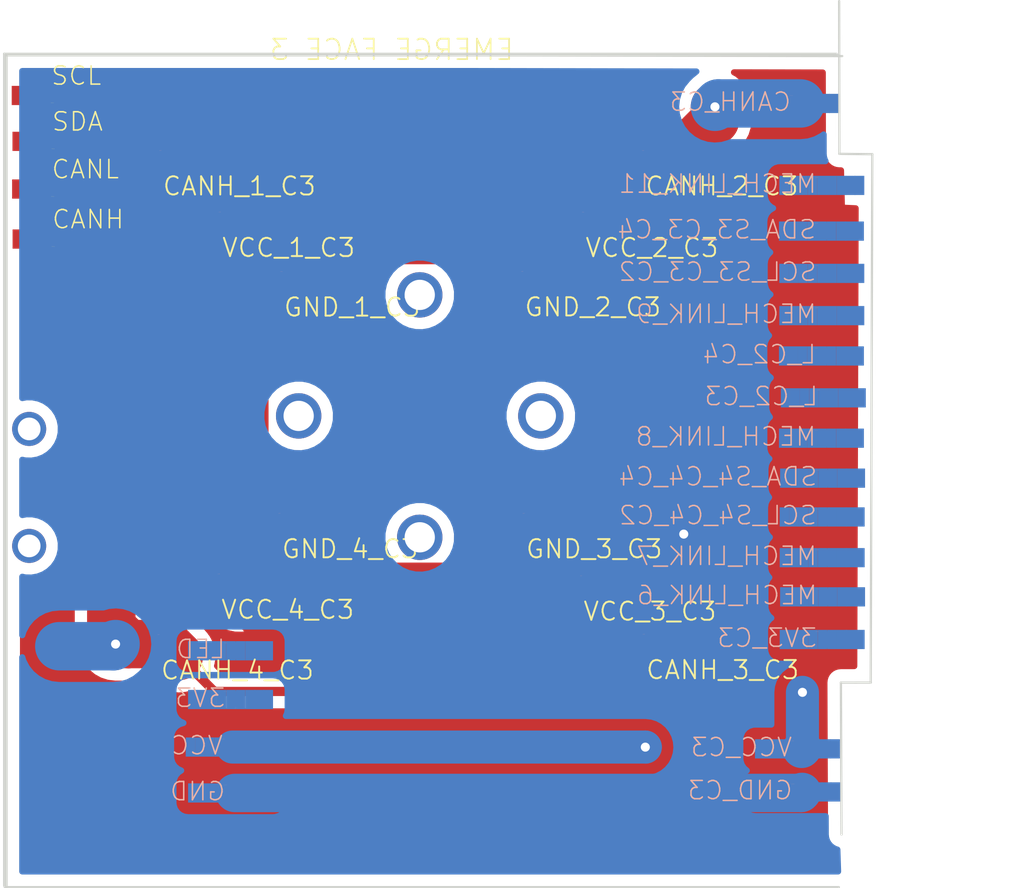
<source format=kicad_pcb>
(kicad_pcb (version 4) (host pcbnew 4.0.6)

  (general
    (links 15)
    (no_connects 1)
    (area 90.655099 74.238899 148.168501 132.970901)
    (thickness 1.6)
    (drawings 16)
    (tracks 85)
    (zones 0)
    (modules 35)
    (nets 4)
  )

  (page A4)
  (layers
    (0 Top signal)
    (31 Bottom signal)
    (32 B.Adhes user)
    (33 F.Adhes user)
    (34 B.Paste user)
    (35 F.Paste user)
    (36 B.SilkS user)
    (37 F.SilkS user)
    (38 B.Mask user)
    (39 F.Mask user)
    (40 Dwgs.User user)
    (41 Cmts.User user)
    (42 Eco1.User user)
    (43 Eco2.User user)
    (44 Edge.Cuts user)
    (45 Margin user)
    (46 B.CrtYd user)
    (47 F.CrtYd user)
    (48 B.Fab user)
    (49 F.Fab user)
  )

  (setup
    (last_trace_width 0.25)
    (trace_clearance 0.2)
    (zone_clearance 0.508)
    (zone_45_only no)
    (trace_min 0.2)
    (segment_width 0.2)
    (edge_width 0.15)
    (via_size 0.6)
    (via_drill 0.4)
    (via_min_size 0.4)
    (via_min_drill 0.3)
    (uvia_size 0.3)
    (uvia_drill 0.1)
    (uvias_allowed no)
    (uvia_min_size 0.2)
    (uvia_min_drill 0.1)
    (pcb_text_width 0.3)
    (pcb_text_size 1.5 1.5)
    (mod_edge_width 0.15)
    (mod_text_size 1 1)
    (mod_text_width 0.15)
    (pad_size 1.524 1.524)
    (pad_drill 0.762)
    (pad_to_mask_clearance 0.2)
    (aux_axis_origin 0 0)
    (visible_elements 7FFFFFFF)
    (pcbplotparams
      (layerselection 0x3ffff_80000001)
      (usegerberextensions false)
      (excludeedgelayer true)
      (linewidth 0.100000)
      (plotframeref false)
      (viasonmask false)
      (mode 1)
      (useauxorigin false)
      (hpglpennumber 1)
      (hpglpenspeed 20)
      (hpglpendiameter 15)
      (hpglpenoverlay 2)
      (psnegative false)
      (psa4output false)
      (plotreference true)
      (plotvalue true)
      (plotinvisibletext false)
      (padsonsilk false)
      (subtractmaskfromsilk false)
      (outputformat 1)
      (mirror false)
      (drillshape 0)
      (scaleselection 1)
      (outputdirectory ../Gerber_Robot_Single_Without_Components/Face_3/))
  )

  (net 0 "")
  (net 1 GND3)
  (net 2 VCC_C3)
  (net 3 CANH_C3)

  (net_class Default "Esta es la clase de red por defecto."
    (clearance 0.2)
    (trace_width 0.25)
    (via_dia 0.6)
    (via_drill 0.4)
    (uvia_dia 0.3)
    (uvia_drill 0.1)
    (add_net CANH_C3)
    (add_net GND3)
    (add_net VCC_C3)
  )

  (module TP11R (layer Bottom) (tedit 0) (tstamp 590FCFAF)
    (at 145.0623 116.5199)
    (descr "<b>TEST PAD</b>")
    (fp_text reference 3V3_C3 (at -0.5499 0.5999) (layer B.SilkS)
      (effects (font (size 1.2065 1.2065) (thickness 0.1016)) (justify left bottom mirror))
    )
    (fp_text value PTR1TP11R (at -0.508 -0.508) (layer B.SilkS)
      (effects (font (size 0.02413 0.02413) (thickness 0.002032)) (justify left bottom mirror))
    )
    (fp_text user >TP_SIGNAL_NAME (at 0 -1.905) (layer Cmts.User)
      (effects (font (size 0.95 0.95) (thickness 0.08)) (justify left bottom))
    )
    (pad TP smd circle (at 0 0) (size 1.1 1.1) (layers Bottom B.Paste B.Mask))
    (pad P$1 smd rect (at 0.381 0 270) (size 1.27 0.635) (layers Bottom B.Paste B.Mask))
    (pad P$2 smd rect (at 1.016 0 270) (size 1.27 0.635) (layers Bottom B.Paste B.Mask))
    (pad P$3 smd rect (at -0.254 0 270) (size 1.27 0.635) (layers Bottom B.Paste B.Mask))
    (pad P$4 smd rect (at -0.889 0 270) (size 1.27 0.635) (layers Bottom B.Paste B.Mask))
    (pad P$5 smd rect (at -1.524 0 270) (size 1.27 0.635) (layers Bottom B.Paste B.Mask))
    (pad P$6 smd rect (at 1.6129 0 270) (size 1.27 0.635) (layers Bottom B.Paste B.Mask))
    (pad P$7 smd rect (at 2.2098 0 270) (size 1.27 0.635) (layers Bottom B.Paste B.Mask))
    (pad P$8 smd rect (at -2.1463 0 270) (size 1.27 0.635) (layers Bottom B.Paste B.Mask))
    (pad P$9 smd rect (at -2.7686 0 270) (size 1.27 0.635) (layers Bottom B.Paste B.Mask))
  )

  (module TP11R (layer Bottom) (tedit 0) (tstamp 590FCFBD)
    (at 143.4527 126.5985)
    (descr "<b>TEST PAD</b>")
    (fp_text reference GND_C3 (at -0.5499 0.5999) (layer B.SilkS)
      (effects (font (size 1.2065 1.2065) (thickness 0.1016)) (justify left bottom mirror))
    )
    (fp_text value PTR1TP11R (at -0.508 -0.508) (layer B.SilkS)
      (effects (font (size 0.02413 0.02413) (thickness 0.002032)) (justify left bottom mirror))
    )
    (fp_text user >TP_SIGNAL_NAME (at 0 -1.905) (layer Cmts.User)
      (effects (font (size 0.95 0.95) (thickness 0.08)) (justify left bottom))
    )
    (pad TP smd circle (at 0 0) (size 1.1 1.1) (layers Bottom B.Paste B.Mask)
      (net 1 GND3))
    (pad P$1 smd rect (at 0.381 0 270) (size 1.27 0.635) (layers Bottom B.Paste B.Mask))
    (pad P$2 smd rect (at 1.016 0 270) (size 1.27 0.635) (layers Bottom B.Paste B.Mask))
    (pad P$3 smd rect (at -0.254 0 270) (size 1.27 0.635) (layers Bottom B.Paste B.Mask))
    (pad P$4 smd rect (at -0.889 0 270) (size 1.27 0.635) (layers Bottom B.Paste B.Mask))
    (pad P$5 smd rect (at -1.524 0 270) (size 1.27 0.635) (layers Bottom B.Paste B.Mask))
    (pad P$6 smd rect (at 1.6129 0 270) (size 1.27 0.635) (layers Bottom B.Paste B.Mask))
    (pad P$7 smd rect (at 2.2098 0 270) (size 1.27 0.635) (layers Bottom B.Paste B.Mask))
    (pad P$8 smd rect (at -2.1463 0 270) (size 1.27 0.635) (layers Bottom B.Paste B.Mask))
    (pad P$9 smd rect (at -2.7686 0 270) (size 1.27 0.635) (layers Bottom B.Paste B.Mask))
  )

  (module TP11R (layer Bottom) (tedit 0) (tstamp 590FD011)
    (at 145.1385 100.5433)
    (descr "<b>TEST PAD</b>")
    (fp_text reference L_C2_C3 (at -0.5499 0.5999) (layer B.SilkS)
      (effects (font (size 1.2065 1.2065) (thickness 0.1016)) (justify left bottom mirror))
    )
    (fp_text value PTR1TP11R (at -0.508 -0.508) (layer B.SilkS)
      (effects (font (size 0.02413 0.02413) (thickness 0.002032)) (justify left bottom mirror))
    )
    (fp_text user >TP_SIGNAL_NAME (at 0 -1.905) (layer Cmts.User)
      (effects (font (size 0.95 0.95) (thickness 0.08)) (justify left bottom))
    )
    (pad TP smd circle (at 0 0) (size 1.1 1.1) (layers Bottom B.Paste B.Mask))
    (pad P$1 smd rect (at 0.381 0 270) (size 1.27 0.635) (layers Bottom B.Paste B.Mask))
    (pad P$2 smd rect (at 1.016 0 270) (size 1.27 0.635) (layers Bottom B.Paste B.Mask))
    (pad P$3 smd rect (at -0.254 0 270) (size 1.27 0.635) (layers Bottom B.Paste B.Mask))
    (pad P$4 smd rect (at -0.889 0 270) (size 1.27 0.635) (layers Bottom B.Paste B.Mask))
    (pad P$5 smd rect (at -1.524 0 270) (size 1.27 0.635) (layers Bottom B.Paste B.Mask))
    (pad P$6 smd rect (at 1.6129 0 270) (size 1.27 0.635) (layers Bottom B.Paste B.Mask))
    (pad P$7 smd rect (at 2.2098 0 270) (size 1.27 0.635) (layers Bottom B.Paste B.Mask))
    (pad P$8 smd rect (at -2.1463 0 270) (size 1.27 0.635) (layers Bottom B.Paste B.Mask))
    (pad P$9 smd rect (at -2.7686 0 270) (size 1.27 0.635) (layers Bottom B.Paste B.Mask))
  )

  (module TP11R (layer Bottom) (tedit 0) (tstamp 590FD049)
    (at 145.0115 97.7747)
    (descr "<b>TEST PAD</b>")
    (fp_text reference L_C2_C4 (at -0.5499 0.5999) (layer B.SilkS)
      (effects (font (size 1.2065 1.2065) (thickness 0.1016)) (justify left bottom mirror))
    )
    (fp_text value PTR1TP11R (at -0.508 -0.508) (layer B.SilkS)
      (effects (font (size 0.02413 0.02413) (thickness 0.002032)) (justify left bottom mirror))
    )
    (fp_text user >TP_SIGNAL_NAME (at 0 -1.905) (layer Cmts.User)
      (effects (font (size 0.95 0.95) (thickness 0.08)) (justify left bottom))
    )
    (pad TP smd circle (at 0 0) (size 1.1 1.1) (layers Bottom B.Paste B.Mask))
    (pad P$1 smd rect (at 0.381 0 270) (size 1.27 0.635) (layers Bottom B.Paste B.Mask))
    (pad P$2 smd rect (at 1.016 0 270) (size 1.27 0.635) (layers Bottom B.Paste B.Mask))
    (pad P$3 smd rect (at -0.254 0 270) (size 1.27 0.635) (layers Bottom B.Paste B.Mask))
    (pad P$4 smd rect (at -0.889 0 270) (size 1.27 0.635) (layers Bottom B.Paste B.Mask))
    (pad P$5 smd rect (at -1.524 0 270) (size 1.27 0.635) (layers Bottom B.Paste B.Mask))
    (pad P$6 smd rect (at 1.6129 0 270) (size 1.27 0.635) (layers Bottom B.Paste B.Mask))
    (pad P$7 smd rect (at 2.2098 0 270) (size 1.27 0.635) (layers Bottom B.Paste B.Mask))
    (pad P$8 smd rect (at -2.1463 0 270) (size 1.27 0.635) (layers Bottom B.Paste B.Mask))
    (pad P$9 smd rect (at -2.7686 0 270) (size 1.27 0.635) (layers Bottom B.Paste B.Mask))
  )

  (module TP11R (layer Bottom) (tedit 0) (tstamp 590FD057)
    (at 145.0623 111.1097)
    (descr "<b>TEST PAD</b>")
    (fp_text reference MECH_LINK_7 (at -0.5499 0.5999) (layer B.SilkS)
      (effects (font (size 1.2065 1.2065) (thickness 0.1016)) (justify left bottom mirror))
    )
    (fp_text value PTR1TP11R (at -0.508 -0.508) (layer B.SilkS)
      (effects (font (size 0.02413 0.02413) (thickness 0.002032)) (justify left bottom mirror))
    )
    (fp_text user >TP_SIGNAL_NAME (at 0 -1.905) (layer Cmts.User)
      (effects (font (size 0.95 0.95) (thickness 0.08)) (justify left bottom))
    )
    (pad TP smd circle (at 0 0) (size 1.1 1.1) (layers Bottom B.Paste B.Mask))
    (pad P$1 smd rect (at 0.381 0 270) (size 1.27 0.635) (layers Bottom B.Paste B.Mask))
    (pad P$2 smd rect (at 1.016 0 270) (size 1.27 0.635) (layers Bottom B.Paste B.Mask))
    (pad P$3 smd rect (at -0.254 0 270) (size 1.27 0.635) (layers Bottom B.Paste B.Mask))
    (pad P$4 smd rect (at -0.889 0 270) (size 1.27 0.635) (layers Bottom B.Paste B.Mask))
    (pad P$5 smd rect (at -1.524 0 270) (size 1.27 0.635) (layers Bottom B.Paste B.Mask))
    (pad P$6 smd rect (at 1.6129 0 270) (size 1.27 0.635) (layers Bottom B.Paste B.Mask))
    (pad P$7 smd rect (at 2.2098 0 270) (size 1.27 0.635) (layers Bottom B.Paste B.Mask))
    (pad P$8 smd rect (at -2.1463 0 270) (size 1.27 0.635) (layers Bottom B.Paste B.Mask))
    (pad P$9 smd rect (at -2.7686 0 270) (size 1.27 0.635) (layers Bottom B.Paste B.Mask))
  )

  (module TP11R (layer Bottom) (tedit 0) (tstamp 590FD065)
    (at 145.0369 86.4971)
    (descr "<b>TEST PAD</b>")
    (fp_text reference MECH_LINK_11 (at -0.5499 0.5999) (layer B.SilkS)
      (effects (font (size 1.2065 1.2065) (thickness 0.1016)) (justify left bottom mirror))
    )
    (fp_text value PTR1TP11R (at -0.508 -0.508) (layer B.SilkS)
      (effects (font (size 0.02413 0.02413) (thickness 0.002032)) (justify left bottom mirror))
    )
    (fp_text user >TP_SIGNAL_NAME (at 0 -1.905) (layer Cmts.User)
      (effects (font (size 0.95 0.95) (thickness 0.08)) (justify left bottom))
    )
    (pad TP smd circle (at 0 0) (size 1.1 1.1) (layers Bottom B.Paste B.Mask))
    (pad P$1 smd rect (at 0.381 0 270) (size 1.27 0.635) (layers Bottom B.Paste B.Mask))
    (pad P$2 smd rect (at 1.016 0 270) (size 1.27 0.635) (layers Bottom B.Paste B.Mask))
    (pad P$3 smd rect (at -0.254 0 270) (size 1.27 0.635) (layers Bottom B.Paste B.Mask))
    (pad P$4 smd rect (at -0.889 0 270) (size 1.27 0.635) (layers Bottom B.Paste B.Mask))
    (pad P$5 smd rect (at -1.524 0 270) (size 1.27 0.635) (layers Bottom B.Paste B.Mask))
    (pad P$6 smd rect (at 1.6129 0 270) (size 1.27 0.635) (layers Bottom B.Paste B.Mask))
    (pad P$7 smd rect (at 2.2098 0 270) (size 1.27 0.635) (layers Bottom B.Paste B.Mask))
    (pad P$8 smd rect (at -2.1463 0 270) (size 1.27 0.635) (layers Bottom B.Paste B.Mask))
    (pad P$9 smd rect (at -2.7686 0 270) (size 1.27 0.635) (layers Bottom B.Paste B.Mask))
  )

  (module TP11R (layer Bottom) (tedit 0) (tstamp 590FD073)
    (at 145.0115 103.2103)
    (descr "<b>TEST PAD</b>")
    (fp_text reference MECH_LINK_8 (at -0.5499 0.5999) (layer B.SilkS)
      (effects (font (size 1.2065 1.2065) (thickness 0.1016)) (justify left bottom mirror))
    )
    (fp_text value PTR1TP11R (at -0.508 -0.508) (layer B.SilkS)
      (effects (font (size 0.02413 0.02413) (thickness 0.002032)) (justify left bottom mirror))
    )
    (fp_text user >TP_SIGNAL_NAME (at 0 -1.905) (layer Cmts.User)
      (effects (font (size 0.95 0.95) (thickness 0.08)) (justify left bottom))
    )
    (pad TP smd circle (at 0 0) (size 1.1 1.1) (layers Bottom B.Paste B.Mask))
    (pad P$1 smd rect (at 0.381 0 270) (size 1.27 0.635) (layers Bottom B.Paste B.Mask))
    (pad P$2 smd rect (at 1.016 0 270) (size 1.27 0.635) (layers Bottom B.Paste B.Mask))
    (pad P$3 smd rect (at -0.254 0 270) (size 1.27 0.635) (layers Bottom B.Paste B.Mask))
    (pad P$4 smd rect (at -0.889 0 270) (size 1.27 0.635) (layers Bottom B.Paste B.Mask))
    (pad P$5 smd rect (at -1.524 0 270) (size 1.27 0.635) (layers Bottom B.Paste B.Mask))
    (pad P$6 smd rect (at 1.6129 0 270) (size 1.27 0.635) (layers Bottom B.Paste B.Mask))
    (pad P$7 smd rect (at 2.2098 0 270) (size 1.27 0.635) (layers Bottom B.Paste B.Mask))
    (pad P$8 smd rect (at -2.1463 0 270) (size 1.27 0.635) (layers Bottom B.Paste B.Mask))
    (pad P$9 smd rect (at -2.7686 0 270) (size 1.27 0.635) (layers Bottom B.Paste B.Mask))
  )

  (module TP11R (layer Bottom) (tedit 0) (tstamp 590FD081)
    (at 145.0369 95.1077)
    (descr "<b>TEST PAD</b>")
    (fp_text reference MECH_LINK_9 (at -0.5499 0.5999) (layer B.SilkS)
      (effects (font (size 1.2065 1.2065) (thickness 0.1016)) (justify left bottom mirror))
    )
    (fp_text value PTR1TP11R (at -0.508 -0.508) (layer B.SilkS)
      (effects (font (size 0.02413 0.02413) (thickness 0.002032)) (justify left bottom mirror))
    )
    (fp_text user >TP_SIGNAL_NAME (at 0 -1.905) (layer Cmts.User)
      (effects (font (size 0.95 0.95) (thickness 0.08)) (justify left bottom))
    )
    (pad TP smd circle (at 0 0) (size 1.1 1.1) (layers Bottom B.Paste B.Mask))
    (pad P$1 smd rect (at 0.381 0 270) (size 1.27 0.635) (layers Bottom B.Paste B.Mask))
    (pad P$2 smd rect (at 1.016 0 270) (size 1.27 0.635) (layers Bottom B.Paste B.Mask))
    (pad P$3 smd rect (at -0.254 0 270) (size 1.27 0.635) (layers Bottom B.Paste B.Mask))
    (pad P$4 smd rect (at -0.889 0 270) (size 1.27 0.635) (layers Bottom B.Paste B.Mask))
    (pad P$5 smd rect (at -1.524 0 270) (size 1.27 0.635) (layers Bottom B.Paste B.Mask))
    (pad P$6 smd rect (at 1.6129 0 270) (size 1.27 0.635) (layers Bottom B.Paste B.Mask))
    (pad P$7 smd rect (at 2.2098 0 270) (size 1.27 0.635) (layers Bottom B.Paste B.Mask))
    (pad P$8 smd rect (at -2.1463 0 270) (size 1.27 0.635) (layers Bottom B.Paste B.Mask))
    (pad P$9 smd rect (at -2.7686 0 270) (size 1.27 0.635) (layers Bottom B.Paste B.Mask))
  )

  (module TP11R (layer Bottom) (tedit 0) (tstamp 590FD0D5)
    (at 145.0369 92.3137)
    (descr "<b>TEST PAD</b>")
    (fp_text reference SCL_S3_C3_C2 (at -0.5499 0.5999) (layer B.SilkS)
      (effects (font (size 1.2065 1.2065) (thickness 0.1016)) (justify left bottom mirror))
    )
    (fp_text value PTR1TP11R (at -0.508 -0.508) (layer B.SilkS)
      (effects (font (size 0.02413 0.02413) (thickness 0.002032)) (justify left bottom mirror))
    )
    (fp_text user >TP_SIGNAL_NAME (at 0 -1.905) (layer Cmts.User)
      (effects (font (size 0.95 0.95) (thickness 0.08)) (justify left bottom))
    )
    (pad TP smd circle (at 0 0) (size 1.1 1.1) (layers Bottom B.Paste B.Mask))
    (pad P$1 smd rect (at 0.381 0 270) (size 1.27 0.635) (layers Bottom B.Paste B.Mask))
    (pad P$2 smd rect (at 1.016 0 270) (size 1.27 0.635) (layers Bottom B.Paste B.Mask))
    (pad P$3 smd rect (at -0.254 0 270) (size 1.27 0.635) (layers Bottom B.Paste B.Mask))
    (pad P$4 smd rect (at -0.889 0 270) (size 1.27 0.635) (layers Bottom B.Paste B.Mask))
    (pad P$5 smd rect (at -1.524 0 270) (size 1.27 0.635) (layers Bottom B.Paste B.Mask))
    (pad P$6 smd rect (at 1.6129 0 270) (size 1.27 0.635) (layers Bottom B.Paste B.Mask))
    (pad P$7 smd rect (at 2.2098 0 270) (size 1.27 0.635) (layers Bottom B.Paste B.Mask))
    (pad P$8 smd rect (at -2.1463 0 270) (size 1.27 0.635) (layers Bottom B.Paste B.Mask))
    (pad P$9 smd rect (at -2.7686 0 270) (size 1.27 0.635) (layers Bottom B.Paste B.Mask))
  )

  (module TP11R (layer Bottom) (tedit 0) (tstamp 590FD10D)
    (at 145.0623 108.4173)
    (descr "<b>TEST PAD</b>")
    (fp_text reference SCL_S4_C4_C2 (at -0.5499 0.5999) (layer B.SilkS)
      (effects (font (size 1.2065 1.2065) (thickness 0.1016)) (justify left bottom mirror))
    )
    (fp_text value PTR1TP11R (at -0.508 -0.508) (layer B.SilkS)
      (effects (font (size 0.02413 0.02413) (thickness 0.002032)) (justify left bottom mirror))
    )
    (fp_text user >TP_SIGNAL_NAME (at 0 -1.905) (layer Cmts.User)
      (effects (font (size 0.95 0.95) (thickness 0.08)) (justify left bottom))
    )
    (pad TP smd circle (at 0 0) (size 1.1 1.1) (layers Bottom B.Paste B.Mask))
    (pad P$1 smd rect (at 0.381 0 270) (size 1.27 0.635) (layers Bottom B.Paste B.Mask))
    (pad P$2 smd rect (at 1.016 0 270) (size 1.27 0.635) (layers Bottom B.Paste B.Mask))
    (pad P$3 smd rect (at -0.254 0 270) (size 1.27 0.635) (layers Bottom B.Paste B.Mask))
    (pad P$4 smd rect (at -0.889 0 270) (size 1.27 0.635) (layers Bottom B.Paste B.Mask))
    (pad P$5 smd rect (at -1.524 0 270) (size 1.27 0.635) (layers Bottom B.Paste B.Mask))
    (pad P$6 smd rect (at 1.6129 0 270) (size 1.27 0.635) (layers Bottom B.Paste B.Mask))
    (pad P$7 smd rect (at 2.2098 0 270) (size 1.27 0.635) (layers Bottom B.Paste B.Mask))
    (pad P$8 smd rect (at -2.1463 0 270) (size 1.27 0.635) (layers Bottom B.Paste B.Mask))
    (pad P$9 smd rect (at -2.7686 0 270) (size 1.27 0.635) (layers Bottom B.Paste B.Mask))
  )

  (module B2,54 (layer Bottom) (tedit 0) (tstamp 590FD1D1)
    (at 130.3251 89.6761)
    (descr "<b>TEST PAD</b>")
    (fp_text reference VCC_2_C3 (at -1.27 1.651) (layer F.SilkS)
      (effects (font (size 1.2065 1.2065) (thickness 0.127)) (justify left bottom))
    )
    (fp_text value TPB2,54 (at -1.27 -1.397) (layer B.SilkS)
      (effects (font (size 0.02413 0.02413) (thickness 0.002032)) (justify left bottom mirror))
    )
    (fp_circle (center 0 0) (end 0.635 0) (layer Cmts.User) (width 0.254))
    (fp_text user >TP_SIGNAL_NAME (at -1.27 -3.175) (layer Cmts.User)
      (effects (font (size 0.95 0.95) (thickness 0.08)) (justify left bottom))
    )
    (pad TP smd circle (at 0 0 180) (size 2.54 2.54) (layers Top F.Paste F.Mask)
      (net 2 VCC_C3))
    (pad P$1 smd circle (at 0 0 270) (size 3.175 3.175) (layers Top F.Paste F.Mask))
  )

  (module B2,54 (layer Bottom) (tedit 0) (tstamp 590FD1D8)
    (at 106.3211 89.6711)
    (descr "<b>TEST PAD</b>")
    (fp_text reference VCC_1_C3 (at -1.27 1.651) (layer F.SilkS)
      (effects (font (size 1.2065 1.2065) (thickness 0.127)) (justify left bottom))
    )
    (fp_text value TPB2,54 (at -1.27 -1.397) (layer B.SilkS)
      (effects (font (size 0.02413 0.02413) (thickness 0.002032)) (justify left bottom mirror))
    )
    (fp_circle (center 0 0) (end 0.635 0) (layer Cmts.User) (width 0.254))
    (fp_text user >TP_SIGNAL_NAME (at -1.27 -3.175) (layer Cmts.User)
      (effects (font (size 0.95 0.95) (thickness 0.08)) (justify left bottom))
    )
    (pad TP smd circle (at 0 0 180) (size 2.54 2.54) (layers Top F.Paste F.Mask)
      (net 2 VCC_C3))
    (pad P$1 smd circle (at 0 0 270) (size 3.175 3.175) (layers Top F.Paste F.Mask))
  )

  (module B2,54 (layer Bottom) (tedit 0) (tstamp 590FD1DF)
    (at 130.1941 113.7201)
    (descr "<b>TEST PAD</b>")
    (fp_text reference VCC_3_C3 (at -1.27 1.651) (layer F.SilkS)
      (effects (font (size 1.2065 1.2065) (thickness 0.127)) (justify left bottom))
    )
    (fp_text value TPB2,54 (at -1.27 -1.397) (layer B.SilkS)
      (effects (font (size 0.02413 0.02413) (thickness 0.002032)) (justify left bottom mirror))
    )
    (fp_circle (center 0 0) (end 0.635 0) (layer Cmts.User) (width 0.254))
    (fp_text user >TP_SIGNAL_NAME (at -1.27 -3.175) (layer Cmts.User)
      (effects (font (size 0.95 0.95) (thickness 0.08)) (justify left bottom))
    )
    (pad TP smd circle (at 0 0 180) (size 2.54 2.54) (layers Top F.Paste F.Mask)
      (net 2 VCC_C3))
    (pad P$1 smd circle (at 0 0 270) (size 3.175 3.175) (layers Top F.Paste F.Mask))
  )

  (module B2,54 (layer Bottom) (tedit 0) (tstamp 590FD1E6)
    (at 106.2591 113.6001)
    (descr "<b>TEST PAD</b>")
    (fp_text reference VCC_4_C3 (at -1.27 1.651) (layer F.SilkS)
      (effects (font (size 1.2065 1.2065) (thickness 0.127)) (justify left bottom))
    )
    (fp_text value TPB2,54 (at -1.27 -1.397) (layer B.SilkS)
      (effects (font (size 0.02413 0.02413) (thickness 0.002032)) (justify left bottom mirror))
    )
    (fp_circle (center 0 0) (end 0.635 0) (layer Cmts.User) (width 0.254))
    (fp_text user >TP_SIGNAL_NAME (at -1.27 -3.175) (layer Cmts.User)
      (effects (font (size 0.95 0.95) (thickness 0.08)) (justify left bottom))
    )
    (pad TP smd circle (at 0 0 180) (size 2.54 2.54) (layers Top F.Paste F.Mask)
      (net 2 VCC_C3))
    (pad P$1 smd circle (at 0 0 270) (size 3.175 3.175) (layers Top F.Paste F.Mask))
  )

  (module B2,54 (layer Bottom) (tedit 0) (tstamp 590FD1ED)
    (at 126.3061 93.5981)
    (descr "<b>TEST PAD</b>")
    (fp_text reference GND_2_C3 (at -1.27 1.651) (layer F.SilkS)
      (effects (font (size 1.2065 1.2065) (thickness 0.127)) (justify left bottom))
    )
    (fp_text value TPB2,54 (at -1.27 -1.397) (layer B.SilkS)
      (effects (font (size 0.02413 0.02413) (thickness 0.002032)) (justify left bottom mirror))
    )
    (fp_circle (center 0 0) (end 0.635 0) (layer Cmts.User) (width 0.254))
    (fp_text user >TP_SIGNAL_NAME (at -1.27 -3.175) (layer Cmts.User)
      (effects (font (size 0.95 0.95) (thickness 0.08)) (justify left bottom))
    )
    (pad TP smd circle (at 0 0 180) (size 2.54 2.54) (layers Top F.Paste F.Mask)
      (net 1 GND3))
    (pad P$1 smd circle (at 0 0 270) (size 3.175 3.175) (layers Top F.Paste F.Mask))
  )

  (module B2,54 (layer Bottom) (tedit 0) (tstamp 590FD1F4)
    (at 110.3981 93.6101)
    (descr "<b>TEST PAD</b>")
    (fp_text reference GND_1_C3 (at -1.27 1.651) (layer F.SilkS)
      (effects (font (size 1.2065 1.2065) (thickness 0.127)) (justify left bottom))
    )
    (fp_text value TPB2,54 (at -1.27 -1.397) (layer B.SilkS)
      (effects (font (size 0.02413 0.02413) (thickness 0.002032)) (justify left bottom mirror))
    )
    (fp_circle (center 0 0) (end 0.635 0) (layer Cmts.User) (width 0.254))
    (fp_text user >TP_SIGNAL_NAME (at -1.27 -3.175) (layer Cmts.User)
      (effects (font (size 0.95 0.95) (thickness 0.08)) (justify left bottom))
    )
    (pad TP smd circle (at 0 0 180) (size 2.54 2.54) (layers Top F.Paste F.Mask)
      (net 1 GND3))
    (pad P$1 smd circle (at 0 0 270) (size 3.175 3.175) (layers Top F.Paste F.Mask))
  )

  (module B2,54 (layer Bottom) (tedit 0) (tstamp 590FD1FB)
    (at 126.3941 109.5921)
    (descr "<b>TEST PAD</b>")
    (fp_text reference GND_3_C3 (at -1.27 1.651) (layer F.SilkS)
      (effects (font (size 1.2065 1.2065) (thickness 0.127)) (justify left bottom))
    )
    (fp_text value TPB2,54 (at -1.27 -1.397) (layer B.SilkS)
      (effects (font (size 0.02413 0.02413) (thickness 0.002032)) (justify left bottom mirror))
    )
    (fp_circle (center 0 0) (end 0.635 0) (layer Cmts.User) (width 0.254))
    (fp_text user >TP_SIGNAL_NAME (at -1.27 -3.175) (layer Cmts.User)
      (effects (font (size 0.95 0.95) (thickness 0.08)) (justify left bottom))
    )
    (pad TP smd circle (at 0 0 180) (size 2.54 2.54) (layers Top F.Paste F.Mask)
      (net 1 GND3))
    (pad P$1 smd circle (at 0 0 270) (size 3.175 3.175) (layers Top F.Paste F.Mask))
  )

  (module B2,54 (layer Bottom) (tedit 0) (tstamp 590FD202)
    (at 110.2631 109.5901)
    (descr "<b>TEST PAD</b>")
    (fp_text reference GND_4_C3 (at -1.27 1.651) (layer F.SilkS)
      (effects (font (size 1.2065 1.2065) (thickness 0.127)) (justify left bottom))
    )
    (fp_text value TPB2,54 (at -1.27 -1.397) (layer B.SilkS)
      (effects (font (size 0.02413 0.02413) (thickness 0.002032)) (justify left bottom mirror))
    )
    (fp_circle (center 0 0) (end 0.635 0) (layer Cmts.User) (width 0.254))
    (fp_text user >TP_SIGNAL_NAME (at -1.27 -3.175) (layer Cmts.User)
      (effects (font (size 0.95 0.95) (thickness 0.08)) (justify left bottom))
    )
    (pad TP smd circle (at 0 0 180) (size 2.54 2.54) (layers Top F.Paste F.Mask)
      (net 1 GND3))
    (pad P$1 smd circle (at 0 0 270) (size 3.175 3.175) (layers Top F.Paste F.Mask))
  )

  (module B2,54 (layer Bottom) (tedit 0) (tstamp 590FD209)
    (at 134.2881 85.6031)
    (descr "<b>TEST PAD</b>")
    (fp_text reference CANH_2_C3 (at -1.27 1.651) (layer F.SilkS)
      (effects (font (size 1.2065 1.2065) (thickness 0.127)) (justify left bottom))
    )
    (fp_text value TPB2,54 (at -1.27 -1.397) (layer B.SilkS)
      (effects (font (size 0.02413 0.02413) (thickness 0.002032)) (justify left bottom mirror))
    )
    (fp_circle (center 0 0) (end 0.635 0) (layer Cmts.User) (width 0.254))
    (fp_text user >TP_SIGNAL_NAME (at -1.27 -3.175) (layer Cmts.User)
      (effects (font (size 0.95 0.95) (thickness 0.08)) (justify left bottom))
    )
    (pad TP smd circle (at 0 0 180) (size 2.54 2.54) (layers Top F.Paste F.Mask)
      (net 3 CANH_C3))
    (pad P$1 smd circle (at 0 0 270) (size 3.175 3.175) (layers Top F.Paste F.Mask))
  )

  (module B2,54 (layer Bottom) (tedit 0) (tstamp 590FD210)
    (at 102.4001 85.6021)
    (descr "<b>TEST PAD</b>")
    (fp_text reference CANH_1_C3 (at -1.27 1.651) (layer F.SilkS)
      (effects (font (size 1.2065 1.2065) (thickness 0.127)) (justify left bottom))
    )
    (fp_text value TPB2,54 (at -1.27 -1.397) (layer B.SilkS)
      (effects (font (size 0.02413 0.02413) (thickness 0.002032)) (justify left bottom mirror))
    )
    (fp_circle (center 0 0) (end 0.635 0) (layer Cmts.User) (width 0.254))
    (fp_text user >TP_SIGNAL_NAME (at -1.27 -3.175) (layer Cmts.User)
      (effects (font (size 0.95 0.95) (thickness 0.08)) (justify left bottom))
    )
    (pad TP smd circle (at 0 0 180) (size 2.54 2.54) (layers Top F.Paste F.Mask)
      (net 3 CANH_C3))
    (pad P$1 smd circle (at 0 0 270) (size 3.175 3.175) (layers Top F.Paste F.Mask))
  )

  (module B2,54 (layer Bottom) (tedit 0) (tstamp 590FD217)
    (at 134.3391 117.5851)
    (descr "<b>TEST PAD</b>")
    (fp_text reference CANH_3_C3 (at -1.27 1.651) (layer F.SilkS)
      (effects (font (size 1.2065 1.2065) (thickness 0.127)) (justify left bottom))
    )
    (fp_text value TPB2,54 (at -1.27 -1.397) (layer B.SilkS)
      (effects (font (size 0.02413 0.02413) (thickness 0.002032)) (justify left bottom mirror))
    )
    (fp_circle (center 0 0) (end 0.635 0) (layer Cmts.User) (width 0.254))
    (fp_text user >TP_SIGNAL_NAME (at -1.27 -3.175) (layer Cmts.User)
      (effects (font (size 0.95 0.95) (thickness 0.08)) (justify left bottom))
    )
    (pad TP smd circle (at 0 0 180) (size 2.54 2.54) (layers Top F.Paste F.Mask)
      (net 3 CANH_C3))
    (pad P$1 smd circle (at 0 0 270) (size 3.175 3.175) (layers Top F.Paste F.Mask))
  )

  (module B2,54 (layer Bottom) (tedit 0) (tstamp 590FD21E)
    (at 102.2721 117.6101)
    (descr "<b>TEST PAD</b>")
    (fp_text reference CANH_4_C3 (at -1.27 1.651) (layer F.SilkS)
      (effects (font (size 1.2065 1.2065) (thickness 0.127)) (justify left bottom))
    )
    (fp_text value TPB2,54 (at -1.27 -1.397) (layer B.SilkS)
      (effects (font (size 0.02413 0.02413) (thickness 0.002032)) (justify left bottom mirror))
    )
    (fp_circle (center 0 0) (end 0.635 0) (layer Cmts.User) (width 0.254))
    (fp_text user >TP_SIGNAL_NAME (at -1.27 -3.175) (layer Cmts.User)
      (effects (font (size 0.95 0.95) (thickness 0.08)) (justify left bottom))
    )
    (pad TP smd circle (at 0 0 180) (size 2.54 2.54) (layers Top F.Paste F.Mask)
      (net 3 CANH_C3))
    (pad P$1 smd circle (at 0 0 270) (size 3.175 3.175) (layers Top F.Paste F.Mask))
  )

  (module TP11R (layer Bottom) (tedit 0) (tstamp 590FD225)
    (at 143.3517 81.0781)
    (descr "<b>TEST PAD</b>")
    (fp_text reference CANH_C3 (at -0.5499 0.5999) (layer B.SilkS)
      (effects (font (size 1.2065 1.2065) (thickness 0.1016)) (justify left bottom mirror))
    )
    (fp_text value PTR1TP11R (at -0.508 -0.508) (layer B.SilkS)
      (effects (font (size 0.02413 0.02413) (thickness 0.002032)) (justify left bottom mirror))
    )
    (fp_text user >TP_SIGNAL_NAME (at 0 -1.905) (layer Cmts.User)
      (effects (font (size 0.95 0.95) (thickness 0.08)) (justify left bottom))
    )
    (pad TP smd circle (at 0 0) (size 1.1 1.1) (layers Bottom B.Paste B.Mask)
      (net 3 CANH_C3))
    (pad P$1 smd rect (at 0.381 0 270) (size 1.27 0.635) (layers Bottom B.Paste B.Mask))
    (pad P$2 smd rect (at 1.016 0 270) (size 1.27 0.635) (layers Bottom B.Paste B.Mask))
    (pad P$3 smd rect (at -0.254 0 270) (size 1.27 0.635) (layers Bottom B.Paste B.Mask))
    (pad P$4 smd rect (at -0.889 0 270) (size 1.27 0.635) (layers Bottom B.Paste B.Mask))
    (pad P$5 smd rect (at -1.524 0 270) (size 1.27 0.635) (layers Bottom B.Paste B.Mask))
    (pad P$6 smd rect (at 1.6129 0 270) (size 1.27 0.635) (layers Bottom B.Paste B.Mask))
    (pad P$7 smd rect (at 2.2098 0 270) (size 1.27 0.635) (layers Bottom B.Paste B.Mask))
    (pad P$8 smd rect (at -2.1463 0 270) (size 1.27 0.635) (layers Bottom B.Paste B.Mask))
    (pad P$9 smd rect (at -2.7686 0 270) (size 1.27 0.635) (layers Bottom B.Paste B.Mask))
  )

  (module TP11R (layer Bottom) (tedit 0) (tstamp 590FD2E9)
    (at 145.0877 113.7005)
    (descr "<b>TEST PAD</b>")
    (fp_text reference MECH_LINK_6 (at -0.5499 0.5999) (layer B.SilkS)
      (effects (font (size 1.2065 1.2065) (thickness 0.1016)) (justify left bottom mirror))
    )
    (fp_text value PTR1TP11R (at -0.508 -0.508) (layer B.SilkS)
      (effects (font (size 0.02413 0.02413) (thickness 0.002032)) (justify left bottom mirror))
    )
    (fp_text user >TP_SIGNAL_NAME (at 0 -1.905) (layer Cmts.User)
      (effects (font (size 0.95 0.95) (thickness 0.08)) (justify left bottom))
    )
    (pad TP smd circle (at 0 0) (size 1.1 1.1) (layers Bottom B.Paste B.Mask))
    (pad P$1 smd rect (at 0.381 0 270) (size 1.27 0.635) (layers Bottom B.Paste B.Mask))
    (pad P$2 smd rect (at 1.016 0 270) (size 1.27 0.635) (layers Bottom B.Paste B.Mask))
    (pad P$3 smd rect (at -0.254 0 270) (size 1.27 0.635) (layers Bottom B.Paste B.Mask))
    (pad P$4 smd rect (at -0.889 0 270) (size 1.27 0.635) (layers Bottom B.Paste B.Mask))
    (pad P$5 smd rect (at -1.524 0 270) (size 1.27 0.635) (layers Bottom B.Paste B.Mask))
    (pad P$6 smd rect (at 1.6129 0 270) (size 1.27 0.635) (layers Bottom B.Paste B.Mask))
    (pad P$7 smd rect (at 2.2098 0 270) (size 1.27 0.635) (layers Bottom B.Paste B.Mask))
    (pad P$8 smd rect (at -2.1463 0 270) (size 1.27 0.635) (layers Bottom B.Paste B.Mask))
    (pad P$9 smd rect (at -2.7686 0 270) (size 1.27 0.635) (layers Bottom B.Paste B.Mask))
  )

  (module TP11R (layer Bottom) (tedit 0) (tstamp 590FD34B)
    (at 143.4269 123.7501)
    (descr "<b>TEST PAD</b>")
    (fp_text reference VCC_C3 (at -0.5499 0.5999) (layer B.SilkS)
      (effects (font (size 1.2065 1.2065) (thickness 0.1016)) (justify left bottom mirror))
    )
    (fp_text value PTR1TP11R (at -0.508 -0.508) (layer B.SilkS)
      (effects (font (size 0.02413 0.02413) (thickness 0.002032)) (justify left bottom mirror))
    )
    (fp_text user >TP_SIGNAL_NAME (at 0 -1.905) (layer Cmts.User)
      (effects (font (size 0.95 0.95) (thickness 0.08)) (justify left bottom))
    )
    (pad TP smd circle (at 0 0) (size 1.1 1.1) (layers Bottom B.Paste B.Mask)
      (net 2 VCC_C3))
    (pad P$1 smd rect (at 0.381 0 270) (size 1.27 0.635) (layers Bottom B.Paste B.Mask))
    (pad P$2 smd rect (at 1.016 0 270) (size 1.27 0.635) (layers Bottom B.Paste B.Mask))
    (pad P$3 smd rect (at -0.254 0 270) (size 1.27 0.635) (layers Bottom B.Paste B.Mask))
    (pad P$4 smd rect (at -0.889 0 270) (size 1.27 0.635) (layers Bottom B.Paste B.Mask))
    (pad P$5 smd rect (at -1.524 0 270) (size 1.27 0.635) (layers Bottom B.Paste B.Mask))
    (pad P$6 smd rect (at 1.6129 0 270) (size 1.27 0.635) (layers Bottom B.Paste B.Mask))
    (pad P$7 smd rect (at 2.2098 0 270) (size 1.27 0.635) (layers Bottom B.Paste B.Mask))
    (pad P$8 smd rect (at -2.1463 0 270) (size 1.27 0.635) (layers Bottom B.Paste B.Mask))
    (pad P$9 smd rect (at -2.7686 0 270) (size 1.27 0.635) (layers Bottom B.Paste B.Mask))
  )

  (module TP11R (layer Bottom) (tedit 0) (tstamp 590FD39F)
    (at 145.0115 89.5197)
    (descr "<b>TEST PAD</b>")
    (fp_text reference SDA_S3_C3_C4 (at -0.5499 0.5999) (layer B.SilkS)
      (effects (font (size 1.2065 1.2065) (thickness 0.1016)) (justify left bottom mirror))
    )
    (fp_text value PTR1TP11R (at -0.508 -0.508) (layer B.SilkS)
      (effects (font (size 0.02413 0.02413) (thickness 0.002032)) (justify left bottom mirror))
    )
    (fp_text user >TP_SIGNAL_NAME (at 0 -1.905) (layer Cmts.User)
      (effects (font (size 0.95 0.95) (thickness 0.08)) (justify left bottom))
    )
    (pad TP smd circle (at 0 0) (size 1.1 1.1) (layers Bottom B.Paste B.Mask))
    (pad P$1 smd rect (at 0.381 0 270) (size 1.27 0.635) (layers Bottom B.Paste B.Mask))
    (pad P$2 smd rect (at 1.016 0 270) (size 1.27 0.635) (layers Bottom B.Paste B.Mask))
    (pad P$3 smd rect (at -0.254 0 270) (size 1.27 0.635) (layers Bottom B.Paste B.Mask))
    (pad P$4 smd rect (at -0.889 0 270) (size 1.27 0.635) (layers Bottom B.Paste B.Mask))
    (pad P$5 smd rect (at -1.524 0 270) (size 1.27 0.635) (layers Bottom B.Paste B.Mask))
    (pad P$6 smd rect (at 1.6129 0 270) (size 1.27 0.635) (layers Bottom B.Paste B.Mask))
    (pad P$7 smd rect (at 2.2098 0 270) (size 1.27 0.635) (layers Bottom B.Paste B.Mask))
    (pad P$8 smd rect (at -2.1463 0 270) (size 1.27 0.635) (layers Bottom B.Paste B.Mask))
    (pad P$9 smd rect (at -2.7686 0 270) (size 1.27 0.635) (layers Bottom B.Paste B.Mask))
  )

  (module TP11R (layer Bottom) (tedit 0) (tstamp 590FD3D7)
    (at 145.0877 105.8519)
    (descr "<b>TEST PAD</b>")
    (fp_text reference SDA_S4_C4_C4 (at -0.5499 0.5999) (layer B.SilkS)
      (effects (font (size 1.2065 1.2065) (thickness 0.1016)) (justify left bottom mirror))
    )
    (fp_text value PTR1TP11R (at -0.508 -0.508) (layer B.SilkS)
      (effects (font (size 0.02413 0.02413) (thickness 0.002032)) (justify left bottom mirror))
    )
    (fp_text user >TP_SIGNAL_NAME (at 0 -1.905) (layer Cmts.User)
      (effects (font (size 0.95 0.95) (thickness 0.08)) (justify left bottom))
    )
    (pad TP smd circle (at 0 0) (size 1.1 1.1) (layers Bottom B.Paste B.Mask))
    (pad P$1 smd rect (at 0.381 0 270) (size 1.27 0.635) (layers Bottom B.Paste B.Mask))
    (pad P$2 smd rect (at 1.016 0 270) (size 1.27 0.635) (layers Bottom B.Paste B.Mask))
    (pad P$3 smd rect (at -0.254 0 270) (size 1.27 0.635) (layers Bottom B.Paste B.Mask))
    (pad P$4 smd rect (at -0.889 0 270) (size 1.27 0.635) (layers Bottom B.Paste B.Mask))
    (pad P$5 smd rect (at -1.524 0 270) (size 1.27 0.635) (layers Bottom B.Paste B.Mask))
    (pad P$6 smd rect (at 1.6129 0 270) (size 1.27 0.635) (layers Bottom B.Paste B.Mask))
    (pad P$7 smd rect (at 2.2098 0 270) (size 1.27 0.635) (layers Bottom B.Paste B.Mask))
    (pad P$8 smd rect (at -2.1463 0 270) (size 1.27 0.635) (layers Bottom B.Paste B.Mask))
    (pad P$9 smd rect (at -2.7686 0 270) (size 1.27 0.635) (layers Bottom B.Paste B.Mask))
  )

  (module TP11R (layer Bottom) (tedit 0) (tstamp 590FD42B)
    (at 105.8121 123.6311)
    (descr "<b>TEST PAD</b>")
    (fp_text reference VCC (at -0.5499 0.5999) (layer B.SilkS)
      (effects (font (size 1.2065 1.2065) (thickness 0.1016)) (justify left bottom mirror))
    )
    (fp_text value PTR1TP11R (at -0.508 -0.508) (layer B.SilkS)
      (effects (font (size 0.02413 0.02413) (thickness 0.002032)) (justify left bottom mirror))
    )
    (fp_text user >TP_SIGNAL_NAME (at 0 -1.905) (layer Cmts.User)
      (effects (font (size 0.95 0.95) (thickness 0.08)) (justify left bottom))
    )
    (pad TP smd circle (at 0 0) (size 1.1 1.1) (layers Bottom B.Paste B.Mask)
      (net 2 VCC_C3))
    (pad P$1 smd rect (at 0.381 0 270) (size 1.27 0.635) (layers Bottom B.Paste B.Mask))
    (pad P$2 smd rect (at 1.016 0 270) (size 1.27 0.635) (layers Bottom B.Paste B.Mask))
    (pad P$3 smd rect (at -0.254 0 270) (size 1.27 0.635) (layers Bottom B.Paste B.Mask))
    (pad P$4 smd rect (at -0.889 0 270) (size 1.27 0.635) (layers Bottom B.Paste B.Mask))
    (pad P$5 smd rect (at -1.524 0 270) (size 1.27 0.635) (layers Bottom B.Paste B.Mask))
    (pad P$6 smd rect (at 1.6129 0 270) (size 1.27 0.635) (layers Bottom B.Paste B.Mask))
    (pad P$7 smd rect (at 2.2098 0 270) (size 1.27 0.635) (layers Bottom B.Paste B.Mask))
    (pad P$8 smd rect (at -2.1463 0 270) (size 1.27 0.635) (layers Bottom B.Paste B.Mask))
    (pad P$9 smd rect (at -2.7686 0 270) (size 1.27 0.635) (layers Bottom B.Paste B.Mask))
  )

  (module TP11R (layer Bottom) (tedit 0) (tstamp 590FD439)
    (at 105.9671 126.6671)
    (descr "<b>TEST PAD</b>")
    (fp_text reference GND (at -0.5499 0.5999) (layer B.SilkS)
      (effects (font (size 1.2065 1.2065) (thickness 0.1016)) (justify left bottom mirror))
    )
    (fp_text value PTR1TP11R (at -0.508 -0.508) (layer B.SilkS)
      (effects (font (size 0.02413 0.02413) (thickness 0.002032)) (justify left bottom mirror))
    )
    (fp_text user >TP_SIGNAL_NAME (at 0 -1.905) (layer Cmts.User)
      (effects (font (size 0.95 0.95) (thickness 0.08)) (justify left bottom))
    )
    (pad TP smd circle (at 0 0) (size 1.1 1.1) (layers Bottom B.Paste B.Mask)
      (net 1 GND3))
    (pad P$1 smd rect (at 0.381 0 270) (size 1.27 0.635) (layers Bottom B.Paste B.Mask))
    (pad P$2 smd rect (at 1.016 0 270) (size 1.27 0.635) (layers Bottom B.Paste B.Mask))
    (pad P$3 smd rect (at -0.254 0 270) (size 1.27 0.635) (layers Bottom B.Paste B.Mask))
    (pad P$4 smd rect (at -0.889 0 270) (size 1.27 0.635) (layers Bottom B.Paste B.Mask))
    (pad P$5 smd rect (at -1.524 0 270) (size 1.27 0.635) (layers Bottom B.Paste B.Mask))
    (pad P$6 smd rect (at 1.6129 0 270) (size 1.27 0.635) (layers Bottom B.Paste B.Mask))
    (pad P$7 smd rect (at 2.2098 0 270) (size 1.27 0.635) (layers Bottom B.Paste B.Mask))
    (pad P$8 smd rect (at -2.1463 0 270) (size 1.27 0.635) (layers Bottom B.Paste B.Mask))
    (pad P$9 smd rect (at -2.7686 0 270) (size 1.27 0.635) (layers Bottom B.Paste B.Mask))
  )

  (module TP11R (layer Top) (tedit 0) (tstamp 590FD447)
    (at 94.3381 86.7379)
    (descr "<b>TEST PAD</b>")
    (fp_text reference CANL (at -0.5499 -0.5999) (layer F.SilkS)
      (effects (font (size 1.2065 1.2065) (thickness 0.1016)) (justify left bottom))
    )
    (fp_text value PTR1TP11R (at -0.508 0.508) (layer F.SilkS)
      (effects (font (size 0.02413 0.02413) (thickness 0.002032)) (justify left bottom))
    )
    (fp_text user >TP_SIGNAL_NAME (at 0 1.905) (layer Cmts.User)
      (effects (font (size 0.95 0.95) (thickness 0.08)) (justify left bottom))
    )
    (pad TP smd circle (at 0 0) (size 1.1 1.1) (layers Top F.Paste F.Mask))
    (pad P$1 smd rect (at 0.381 0 90) (size 1.27 0.635) (layers Top F.Paste F.Mask))
    (pad P$2 smd rect (at 1.016 0 90) (size 1.27 0.635) (layers Top F.Paste F.Mask))
    (pad P$3 smd rect (at -0.254 0 90) (size 1.27 0.635) (layers Top F.Paste F.Mask))
    (pad P$4 smd rect (at -0.889 0 90) (size 1.27 0.635) (layers Top F.Paste F.Mask))
    (pad P$5 smd rect (at -1.524 0 90) (size 1.27 0.635) (layers Top F.Paste F.Mask))
    (pad P$6 smd rect (at 1.6129 0 90) (size 1.27 0.635) (layers Top F.Paste F.Mask))
    (pad P$7 smd rect (at 2.2098 0 90) (size 1.27 0.635) (layers Top F.Paste F.Mask))
    (pad P$8 smd rect (at -2.1463 0 90) (size 1.27 0.635) (layers Top F.Paste F.Mask))
    (pad P$9 smd rect (at -2.7686 0 90) (size 1.27 0.635) (layers Top F.Paste F.Mask))
  )

  (module TP11R (layer Top) (tedit 0) (tstamp 590FD455)
    (at 94.3711 90.0449)
    (descr "<b>TEST PAD</b>")
    (fp_text reference CANH (at -0.5499 -0.5999) (layer F.SilkS)
      (effects (font (size 1.2065 1.2065) (thickness 0.1016)) (justify left bottom))
    )
    (fp_text value PTR1TP11R (at -0.508 0.508) (layer F.SilkS)
      (effects (font (size 0.02413 0.02413) (thickness 0.002032)) (justify left bottom))
    )
    (fp_text user >TP_SIGNAL_NAME (at 0 1.905) (layer Cmts.User)
      (effects (font (size 0.95 0.95) (thickness 0.08)) (justify left bottom))
    )
    (pad TP smd circle (at 0 0) (size 1.1 1.1) (layers Top F.Paste F.Mask)
      (net 3 CANH_C3))
    (pad P$1 smd rect (at 0.381 0 90) (size 1.27 0.635) (layers Top F.Paste F.Mask))
    (pad P$2 smd rect (at 1.016 0 90) (size 1.27 0.635) (layers Top F.Paste F.Mask))
    (pad P$3 smd rect (at -0.254 0 90) (size 1.27 0.635) (layers Top F.Paste F.Mask))
    (pad P$4 smd rect (at -0.889 0 90) (size 1.27 0.635) (layers Top F.Paste F.Mask))
    (pad P$5 smd rect (at -1.524 0 90) (size 1.27 0.635) (layers Top F.Paste F.Mask))
    (pad P$6 smd rect (at 1.6129 0 90) (size 1.27 0.635) (layers Top F.Paste F.Mask))
    (pad P$7 smd rect (at 2.2098 0 90) (size 1.27 0.635) (layers Top F.Paste F.Mask))
    (pad P$8 smd rect (at -2.1463 0 90) (size 1.27 0.635) (layers Top F.Paste F.Mask))
    (pad P$9 smd rect (at -2.7686 0 90) (size 1.27 0.635) (layers Top F.Paste F.Mask))
  )

  (module TP11R (layer Bottom) (tedit 0) (tstamp 590FD463)
    (at 105.9671 120.4881)
    (descr "<b>TEST PAD</b>")
    (fp_text reference 3V3 (at -0.5499 0.5999) (layer B.SilkS)
      (effects (font (size 1.2065 1.2065) (thickness 0.1016)) (justify left bottom mirror))
    )
    (fp_text value PTR1TP11R (at -0.508 -0.508) (layer B.SilkS)
      (effects (font (size 0.02413 0.02413) (thickness 0.002032)) (justify left bottom mirror))
    )
    (fp_text user >TP_SIGNAL_NAME (at 0 -1.905) (layer Cmts.User)
      (effects (font (size 0.95 0.95) (thickness 0.08)) (justify left bottom))
    )
    (pad TP smd circle (at 0 0) (size 1.1 1.1) (layers Bottom B.Paste B.Mask))
    (pad P$1 smd rect (at 0.381 0 270) (size 1.27 0.635) (layers Bottom B.Paste B.Mask))
    (pad P$2 smd rect (at 1.016 0 270) (size 1.27 0.635) (layers Bottom B.Paste B.Mask))
    (pad P$3 smd rect (at -0.254 0 270) (size 1.27 0.635) (layers Bottom B.Paste B.Mask))
    (pad P$4 smd rect (at -0.889 0 270) (size 1.27 0.635) (layers Bottom B.Paste B.Mask))
    (pad P$5 smd rect (at -1.524 0 270) (size 1.27 0.635) (layers Bottom B.Paste B.Mask))
    (pad P$6 smd rect (at 1.6129 0 270) (size 1.27 0.635) (layers Bottom B.Paste B.Mask))
    (pad P$7 smd rect (at 2.2098 0 270) (size 1.27 0.635) (layers Bottom B.Paste B.Mask))
    (pad P$8 smd rect (at -2.1463 0 270) (size 1.27 0.635) (layers Bottom B.Paste B.Mask))
    (pad P$9 smd rect (at -2.7686 0 270) (size 1.27 0.635) (layers Bottom B.Paste B.Mask))
  )

  (module TP11R (layer Top) (tedit 0) (tstamp 590FD471)
    (at 94.3131 80.5509)
    (descr "<b>TEST PAD</b>")
    (fp_text reference SCL (at -0.5499 -0.5999) (layer F.SilkS)
      (effects (font (size 1.2065 1.2065) (thickness 0.1016)) (justify left bottom))
    )
    (fp_text value PTR1TP11R (at -0.508 0.508) (layer F.SilkS)
      (effects (font (size 0.02413 0.02413) (thickness 0.002032)) (justify left bottom))
    )
    (fp_text user >TP_SIGNAL_NAME (at 0 1.905) (layer Cmts.User)
      (effects (font (size 0.95 0.95) (thickness 0.08)) (justify left bottom))
    )
    (pad TP smd circle (at 0 0) (size 1.1 1.1) (layers Top F.Paste F.Mask))
    (pad P$1 smd rect (at 0.381 0 90) (size 1.27 0.635) (layers Top F.Paste F.Mask))
    (pad P$2 smd rect (at 1.016 0 90) (size 1.27 0.635) (layers Top F.Paste F.Mask))
    (pad P$3 smd rect (at -0.254 0 90) (size 1.27 0.635) (layers Top F.Paste F.Mask))
    (pad P$4 smd rect (at -0.889 0 90) (size 1.27 0.635) (layers Top F.Paste F.Mask))
    (pad P$5 smd rect (at -1.524 0 90) (size 1.27 0.635) (layers Top F.Paste F.Mask))
    (pad P$6 smd rect (at 1.6129 0 90) (size 1.27 0.635) (layers Top F.Paste F.Mask))
    (pad P$7 smd rect (at 2.2098 0 90) (size 1.27 0.635) (layers Top F.Paste F.Mask))
    (pad P$8 smd rect (at -2.1463 0 90) (size 1.27 0.635) (layers Top F.Paste F.Mask))
    (pad P$9 smd rect (at -2.7686 0 90) (size 1.27 0.635) (layers Top F.Paste F.Mask))
  )

  (module TP11R (layer Top) (tedit 0) (tstamp 590FD47F)
    (at 94.3631 83.5849)
    (descr "<b>TEST PAD</b>")
    (fp_text reference SDA (at -0.5499 -0.5999) (layer F.SilkS)
      (effects (font (size 1.2065 1.2065) (thickness 0.1016)) (justify left bottom))
    )
    (fp_text value PTR1TP11R (at -0.508 0.508) (layer F.SilkS)
      (effects (font (size 0.02413 0.02413) (thickness 0.002032)) (justify left bottom))
    )
    (fp_text user >TP_SIGNAL_NAME (at 0 1.905) (layer Cmts.User)
      (effects (font (size 0.95 0.95) (thickness 0.08)) (justify left bottom))
    )
    (pad TP smd circle (at 0 0) (size 1.1 1.1) (layers Top F.Paste F.Mask))
    (pad P$1 smd rect (at 0.381 0 90) (size 1.27 0.635) (layers Top F.Paste F.Mask))
    (pad P$2 smd rect (at 1.016 0 90) (size 1.27 0.635) (layers Top F.Paste F.Mask))
    (pad P$3 smd rect (at -0.254 0 90) (size 1.27 0.635) (layers Top F.Paste F.Mask))
    (pad P$4 smd rect (at -0.889 0 90) (size 1.27 0.635) (layers Top F.Paste F.Mask))
    (pad P$5 smd rect (at -1.524 0 90) (size 1.27 0.635) (layers Top F.Paste F.Mask))
    (pad P$6 smd rect (at 1.6129 0 90) (size 1.27 0.635) (layers Top F.Paste F.Mask))
    (pad P$7 smd rect (at 2.2098 0 90) (size 1.27 0.635) (layers Top F.Paste F.Mask))
    (pad P$8 smd rect (at -2.1463 0 90) (size 1.27 0.635) (layers Top F.Paste F.Mask))
    (pad P$9 smd rect (at -2.7686 0 90) (size 1.27 0.635) (layers Top F.Paste F.Mask))
  )

  (module TP11R (layer Bottom) (tedit 0) (tstamp 590FD48D)
    (at 105.9661 117.2651)
    (descr "<b>TEST PAD</b>")
    (fp_text reference LED (at -0.5499 0.5999) (layer B.SilkS)
      (effects (font (size 1.2065 1.2065) (thickness 0.1016)) (justify left bottom mirror))
    )
    (fp_text value PTR1TP11R (at -0.508 -0.508) (layer B.SilkS)
      (effects (font (size 0.02413 0.02413) (thickness 0.002032)) (justify left bottom mirror))
    )
    (fp_text user >TP_SIGNAL_NAME (at 0 -1.905) (layer Cmts.User)
      (effects (font (size 0.95 0.95) (thickness 0.08)) (justify left bottom))
    )
    (pad TP smd circle (at 0 0) (size 1.1 1.1) (layers Bottom B.Paste B.Mask))
    (pad P$1 smd rect (at 0.381 0 270) (size 1.27 0.635) (layers Bottom B.Paste B.Mask))
    (pad P$2 smd rect (at 1.016 0 270) (size 1.27 0.635) (layers Bottom B.Paste B.Mask))
    (pad P$3 smd rect (at -0.254 0 270) (size 1.27 0.635) (layers Bottom B.Paste B.Mask))
    (pad P$4 smd rect (at -0.889 0 270) (size 1.27 0.635) (layers Bottom B.Paste B.Mask))
    (pad P$5 smd rect (at -1.524 0 270) (size 1.27 0.635) (layers Bottom B.Paste B.Mask))
    (pad P$6 smd rect (at 1.6129 0 270) (size 1.27 0.635) (layers Bottom B.Paste B.Mask))
    (pad P$7 smd rect (at 2.2098 0 270) (size 1.27 0.635) (layers Bottom B.Paste B.Mask))
    (pad P$8 smd rect (at -2.1463 0 270) (size 1.27 0.635) (layers Bottom B.Paste B.Mask))
    (pad P$9 smd rect (at -2.7686 0 270) (size 1.27 0.635) (layers Bottom B.Paste B.Mask))
  )

  (gr_line (start 146.0195 119.3713) (end 146.0585 129.4129) (layer Edge.Cuts) (width 0.15) (tstamp 795B300))
  (gr_line (start 145.9197 84.4099) (end 148.0935 84.4353) (layer Edge.Cuts) (width 0.15) (tstamp 795AE00))
  (gr_line (start 148.0935 84.4353) (end 147.9889 119.3691) (layer Edge.Cuts) (width 0.15) (tstamp 795A780))
  (gr_line (start 147.9889 119.3691) (end 146.0195 119.3713) (layer Edge.Cuts) (width 0.15) (tstamp 795C280))
  (gr_line (start 145.9027 74.3139) (end 145.9197 84.4099) (layer Edge.Cuts) (width 0.15) (tstamp 795CE00))
  (gr_text "EMERGE FACE 3" (at 124.4883 78.3183) (layer F.SilkS) (tstamp 7B01410)
    (effects (font (size 1.35128 1.35128) (thickness 0.113792)) (justify left bottom mirror))
  )
  (gr_line (start 90.7301 77.7979) (end 145.7301 77.7979) (layer Edge.Cuts) (width 0.15) (tstamp 7B02B90))
  (gr_line (start 90.7301 132.7979) (end 90.7301 77.7979) (layer Edge.Cuts) (width 0.15) (tstamp 7B03690))
  (gr_line (start 146.1051 77.9459) (end 90.7651 77.8319) (layer Edge.Cuts) (width 0.15) (tstamp 7B04190))
  (gr_line (start 90.7651 132.8319) (end 90.7651 77.8319) (layer Edge.Cuts) (width 0.15) (tstamp 7B04790))
  (gr_line (start 90.8841 132.8959) (end 145.8841 132.8959) (layer Edge.Cuts) (width 0.15) (tstamp 7B08C90))
  (gr_line (start 90.8841 77.8959) (end 145.8841 77.8959) (layer Edge.Cuts) (width 0.15) (tstamp 7B0A790))
  (gr_line (start 90.8841 132.8959) (end 90.8841 77.8959) (layer Edge.Cuts) (width 0.15) (tstamp 7B0B010))
  (gr_line (start 145.7751 132.8959) (end 90.7751 132.8959) (layer Edge.Cuts) (width 0.15) (tstamp 7B0AB10))
  (gr_line (start 145.7751 77.8959) (end 90.7751 77.8959) (layer Edge.Cuts) (width 0.15) (tstamp 7B0A610))
  (gr_line (start 90.7751 132.8959) (end 90.7751 77.8959) (layer Edge.Cuts) (width 0.15) (tstamp 7B0D290))

  (via (at 110.1881 101.7371) (size 3) (drill 2) (layers Top Bottom) (net 0) (tstamp 7D13490))
  (via (at 118.1891 109.7635) (size 3) (drill 2) (layers Top Bottom) (net 0) (tstamp 7D12210))
  (via (at 126.1901 101.7371) (size 3) (drill 2) (layers Top Bottom) (net 0) (tstamp 7D14210))
  (via (at 118.1891 93.7361) (size 3) (drill 2) (layers Top Bottom) (net 0) (tstamp 7D15690))
  (via (at 92.3801 102.5989) (size 2.25) (drill 1.5) (layers Top Bottom) (net 0) (tstamp 7D18D90))
  (via (at 92.3801 110.3329) (size 2.25) (drill 1.5) (layers Top Bottom) (net 0) (tstamp 7D18A10))
  (segment (start 110.2631 109.5901) (end 110.3371 109.5901) (width 3.2) (layer Top) (net 1) (tstamp 7C76300))
  (segment (start 110.3371 109.5901) (end 113.9311 113.1841) (width 3.2) (layer Top) (net 1) (tstamp 7C76980))
  (segment (start 113.9311 113.1841) (end 122.8021 113.1841) (width 3.2) (layer Top) (net 1) (tstamp 7C76280))
  (segment (start 122.8021 113.1841) (end 126.3941 109.5921) (width 3.2) (layer Top) (net 1) (tstamp 7C78100))
  (segment (start 105.9671 126.6671) (end 135.2711 126.6671) (width 2.54) (layer Bottom) (net 1) (tstamp 7C78900))
  (segment (start 135.2711 126.6671) (end 143.3841 126.6671) (width 2.54) (layer Bottom) (net 1) (tstamp 7C79C00))
  (segment (start 143.3841 126.6671) (end 143.4527 126.5985) (width 2.54) (layer Bottom) (net 1) (tstamp 7C79E80))
  (segment (start 113.9311 113.1841) (end 122.7981 113.1841) (width 2.54) (layer Top) (net 1) (tstamp 7C78B00))
  (segment (start 122.7981 113.1841) (end 127.4331 108.5491) (width 2.54) (layer Top) (net 1) (tstamp 7C7B300))
  (segment (start 127.4331 108.5491) (end 134.6321 108.5491) (width 2.54) (layer Top) (net 1) (tstamp 7C7B880))
  (segment (start 134.6321 108.5491) (end 135.6351 109.5521) (width 2.54) (layer Top) (net 1) (tstamp 7C7BF00))
  (via (at 135.6351 109.5521) (size 1.0064) (drill 0.6) (layers Top Bottom) (net 1) (tstamp 7C7A280))
  (segment (start 135.6351 109.5521) (end 135.6351 109.6461) (width 2.54) (layer Bottom) (net 1) (tstamp 7C7D200))
  (segment (start 135.6351 109.6461) (end 137.4121 111.4231) (width 2.54) (layer Bottom) (net 1) (tstamp 7C7C980))
  (segment (start 137.4121 111.4231) (end 137.4121 124.5261) (width 2.54) (layer Bottom) (net 1) (tstamp 7C7D380))
  (segment (start 137.4121 124.5261) (end 135.2711 126.6671) (width 2.54) (layer Bottom) (net 1) (tstamp 7C7D080))
  (segment (start 126.3061 93.5981) (end 126.3061 93.0891) (width 3.2) (layer Top) (net 1) (tstamp 7C80000))
  (segment (start 126.3061 93.0891) (end 123.3281 90.1111) (width 3.2) (layer Top) (net 1) (tstamp 7C7E380))
  (segment (start 123.3281 90.1111) (end 113.8971 90.1111) (width 3.2) (layer Top) (net 1) (tstamp 7C7EC00))
  (segment (start 113.8971 90.1111) (end 110.3981 93.6101) (width 3.2) (layer Top) (net 1) (tstamp 7C7F100))
  (segment (start 127.4331 108.5491) (end 127.4331 108.7411) (width 3.2) (layer Top) (net 1) (tstamp 7C80200))
  (segment (start 127.4331 108.7411) (end 123.1391 113.0351) (width 3.2) (layer Top) (net 1) (tstamp 7C81A00))
  (segment (start 123.1391 113.0351) (end 113.7971 113.0351) (width 3.2) (layer Top) (net 1) (tstamp 7C80180))
  (segment (start 113.7971 113.0351) (end 106.5971 105.8351) (width 3.2) (layer Top) (net 1) (tstamp 7C81880))
  (segment (start 106.5971 105.8351) (end 106.5971 97.4111) (width 3.2) (layer Top) (net 1) (tstamp 7C82700))
  (segment (start 106.5971 97.4111) (end 110.3981 93.6101) (width 3.2) (layer Top) (net 1) (tstamp 7C83080))
  (segment (start 130.1941 113.7201) (end 142.4671 113.7201) (width 3.2) (layer Top) (net 2) (tstamp 7CE4890))
  (segment (start 142.4671 113.7201) (end 143.4391 114.6921) (width 3.2) (layer Top) (net 2) (tstamp 7CE4F90))
  (segment (start 143.4391 114.6921) (end 143.4391 119.9761) (width 3.2) (layer Top) (net 2) (tstamp 7CE4310))
  (segment (start 143.4391 119.9761) (end 143.4771 120.0141) (width 3.2) (layer Top) (net 2) (tstamp 7CE7210))
  (via (at 143.4771 120.0141) (size 1.0064) (drill 0.6) (layers Top Bottom) (net 2) (tstamp 7CE7910))
  (segment (start 143.4771 120.0141) (end 143.4771 123.6999) (width 2.1844) (layer Bottom) (net 2) (tstamp 7CE7C90))
  (segment (start 143.4771 123.6999) (end 143.4269 123.7501) (width 2.54) (layer Bottom) (net 2) (tstamp 7CE7890))
  (segment (start 105.8121 123.6311) (end 133.0891 123.6311) (width 2.1844) (layer Bottom) (net 2) (tstamp 7CE6790))
  (segment (start 133.0891 123.6311) (end 133.0951 123.6371) (width 2.1844) (layer Bottom) (net 2) (tstamp 7CE9D10))
  (via (at 133.0951 123.6371) (size 1.0064) (drill 0.6) (layers Top Bottom) (net 2) (tstamp 7CE9510))
  (segment (start 133.0951 123.6371) (end 133.0951 123.6401) (width 2.1844) (layer Top) (net 2) (tstamp 7CE8A10))
  (segment (start 133.0951 123.6401) (end 135.7211 126.2661) (width 2.1844) (layer Top) (net 2) (tstamp 7CE8410))
  (segment (start 135.7211 126.2661) (end 141.6251 126.2661) (width 2.1844) (layer Top) (net 2) (tstamp 7CEB910))
  (segment (start 141.6251 126.2661) (end 143.4001 124.4911) (width 2.1844) (layer Top) (net 2) (tstamp 7CEA210))
  (segment (start 143.4001 124.4911) (end 143.4001 120.0911) (width 2.1844) (layer Top) (net 2) (tstamp 7CEAE10))
  (segment (start 143.4001 120.0911) (end 143.4771 120.0141) (width 2.1844) (layer Top) (net 2) (tstamp 7CEA910))
  (segment (start 130.3251 89.6761) (end 130.3251 89.6291) (width 3.2) (layer Top) (net 2) (tstamp 7CECA90))
  (segment (start 130.3251 89.6291) (end 126.4661 85.7701) (width 3.2) (layer Top) (net 2) (tstamp 7CAD910))
  (segment (start 126.4661 85.7701) (end 110.2221 85.7701) (width 3.2) (layer Top) (net 2) (tstamp 7CACF90))
  (segment (start 110.2221 85.7701) (end 106.3211 89.6711) (width 3.2) (layer Top) (net 2) (tstamp 7CADB10))
  (segment (start 106.3211 89.6711) (end 106.2361 89.6711) (width 3.2) (layer Top) (net 2) (tstamp 7CAC290))
  (segment (start 106.2361 89.6711) (end 101.9851 93.9221) (width 3.2) (layer Top) (net 2) (tstamp 7CAE390))
  (segment (start 101.9851 93.9221) (end 101.9851 109.3261) (width 3.2) (layer Top) (net 2) (tstamp 7CAF710))
  (segment (start 101.9851 109.3261) (end 106.2591 113.6001) (width 3.2) (layer Top) (net 2) (tstamp 7CB0110))
  (segment (start 106.2591 113.6001) (end 106.4641 113.6001) (width 3.2) (layer Top) (net 2) (tstamp 7CAE610))
  (segment (start 106.4641 113.6001) (end 109.9271 117.0631) (width 3.2) (layer Top) (net 2) (tstamp 7CB0810))
  (segment (start 109.9271 117.0631) (end 126.8511 117.0631) (width 3.2) (layer Top) (net 2) (tstamp 7CB0390))
  (segment (start 126.8511 117.0631) (end 130.1941 113.7201) (width 3.2) (layer Top) (net 2) (tstamp 7CB1C10))
  (segment (start 134.3391 117.5851) (end 132.1841 117.5851) (width 0.6096) (layer Top) (net 3) (tstamp 7CB2290))
  (segment (start 132.1841 117.5851) (end 129.8141 119.9551) (width 0.6096) (layer Top) (net 3) (tstamp 7CB4110))
  (segment (start 129.8141 119.9551) (end 104.6171 119.9551) (width 0.6096) (layer Top) (net 3) (tstamp 7CB4910))
  (segment (start 104.6171 119.9551) (end 102.2721 117.6101) (width 0.6096) (layer Top) (net 3) (tstamp 7CB5C10))
  (segment (start 94.3711 116.9651) (end 97.9491 116.9651) (width 3.2) (layer Bottom) (net 3) (tstamp 7CB5E90))
  (segment (start 97.9491 116.9651) (end 98.0901 116.8241) (width 3.2) (layer Bottom) (net 3) (tstamp 7CB4B90))
  (via (at 98.0901 116.8241) (size 1.0064) (drill 0.6) (layers Top Bottom) (net 3) (tstamp 7CB7710))
  (segment (start 98.0901 116.8241) (end 98.9411 116.8241) (width 3.2) (layer Top) (net 3) (tstamp 7CB7610))
  (segment (start 98.9411 116.8241) (end 101.4861 116.8241) (width 3.2) (layer Top) (net 3) (tstamp 7CB6D90))
  (segment (start 101.4861 116.8241) (end 102.2721 117.6101) (width 3.2) (layer Top) (net 3) (tstamp 7CB7B10))
  (segment (start 102.4001 85.6021) (end 102.4001 85.7991) (width 3.2) (layer Top) (net 3) (tstamp 7CB9210))
  (segment (start 102.4001 85.7991) (end 98.9411 89.2581) (width 3.2) (layer Top) (net 3) (tstamp 7CB8A10))
  (segment (start 98.9411 89.2581) (end 98.9411 89.2611) (width 3.2) (layer Top) (net 3) (tstamp 7CB9390))
  (segment (start 98.9411 89.2611) (end 97.8071 90.3951) (width 3.2) (layer Top) (net 3) (tstamp 7CB9090))
  (segment (start 97.8071 90.3951) (end 97.8071 115.6901) (width 3.2) (layer Top) (net 3) (tstamp 7CBC010))
  (segment (start 97.8071 115.6901) (end 98.9411 116.8241) (width 3.2) (layer Top) (net 3) (tstamp 7CBA390))
  (segment (start 102.4001 85.6021) (end 102.4861 85.6021) (width 3.2) (layer Top) (net 3) (tstamp 7CBAC10))
  (segment (start 102.4861 85.6021) (end 106.7871 81.3011) (width 3.2) (layer Top) (net 3) (tstamp 7CBAD90))
  (segment (start 106.7871 81.3011) (end 129.9861 81.3011) (width 3.2) (layer Top) (net 3) (tstamp 7CBC210))
  (segment (start 129.9861 81.3011) (end 134.2881 85.6031) (width 3.2) (layer Top) (net 3) (tstamp 7CBDA10))
  (segment (start 143.3517 81.0781) (end 137.9191 81.0781) (width 3.2) (layer Bottom) (net 3) (tstamp 7CBCD10))
  (segment (start 137.9191 81.0781) (end 137.6961 81.3011) (width 3.2) (layer Bottom) (net 3) (tstamp 7CBD890))
  (via (at 137.6961 81.3011) (size 1.0064) (drill 0.6) (layers Top Bottom) (net 3) (tstamp 7D31B90))
  (segment (start 137.6961 81.3011) (end 137.6961 82.1951) (width 3.2) (layer Top) (net 3) (tstamp 7D31790))
  (segment (start 137.6961 82.1951) (end 134.2881 85.6031) (width 3.2) (layer Top) (net 3) (tstamp 7D31C10))

  (zone (net 2) (net_name VCC_C3) (layer Top) (tstamp 7CE2710) (hatch none 0.508)
    (priority 6)
    (connect_pads (clearance 0.8128))
    (min_thickness 0.4064)
    (fill yes (arc_segments 32) (thermal_gap 0.4564) (thermal_bridge_width 0.4564))
    (polygon
      (pts
        (xy 90.7135 132.6691) (xy 146.0047 132.8967) (xy 145.7723 122.6921) (xy 147.6577 122.5771) (xy 147.8779 87.8485)
        (xy 146.2841 87.7743) (xy 146.0365 77.7517) (xy 90.4525 77.6411)
      )
    )
    (filled_polygon
      (pts
        (xy 144.819647 79.034255) (xy 144.828702 84.411737) (xy 144.838174 84.506694) (xy 144.84571 84.601798) (xy 144.84873 84.612519)
        (xy 144.849836 84.623611) (xy 144.877576 84.714935) (xy 144.903436 84.806749) (xy 144.908481 84.816681) (xy 144.911721 84.827346)
        (xy 144.956669 84.911537) (xy 144.999873 84.996584) (xy 145.006753 85.005348) (xy 145.012001 85.015179) (xy 145.07243 85.089019)
        (xy 145.131345 85.164073) (xy 145.139797 85.171335) (xy 145.146854 85.179958) (xy 145.220456 85.240639) (xy 145.292845 85.302836)
        (xy 145.30255 85.30832) (xy 145.311145 85.315406) (xy 145.395128 85.360633) (xy 145.478222 85.407587) (xy 145.488806 85.411081)
        (xy 145.498614 85.416363) (xy 145.589805 85.444423) (xy 145.680415 85.474336) (xy 145.691472 85.475707) (xy 145.702124 85.478985)
        (xy 145.797007 85.488796) (xy 145.891722 85.500542) (xy 145.906953 85.500826) (xy 146.024708 85.502202) (xy 146.080962 87.779318)
        (xy 146.090402 87.835713) (xy 146.11518 87.887244) (xy 146.153333 87.929832) (xy 146.201841 87.960105) (xy 146.27465 87.97728)
        (xy 146.99179 88.010667) (xy 146.901158 118.279315) (xy 146.018281 118.280301) (xy 145.914484 118.290595) (xy 145.810906 118.300427)
        (xy 145.808696 118.301087) (xy 145.806395 118.301315) (xy 145.706643 118.331553) (xy 145.606878 118.361337) (xy 145.604836 118.362415)
        (xy 145.602625 118.363085) (xy 145.510684 118.412103) (xy 145.418568 118.460717) (xy 145.416774 118.462171) (xy 145.414735 118.463258)
        (xy 145.33406 118.529205) (xy 145.253145 118.594781) (xy 145.251667 118.596556) (xy 145.24988 118.598017) (xy 145.183606 118.678311)
        (xy 145.116914 118.758422) (xy 145.115808 118.760452) (xy 145.114339 118.762232) (xy 145.06491 118.853893) (xy 145.015061 118.945407)
        (xy 145.014371 118.947611) (xy 145.013275 118.949644) (xy 144.98259 119.049167) (xy 144.951468 119.148614) (xy 144.951219 119.150911)
        (xy 144.950539 119.153118) (xy 144.939775 119.256643) (xy 144.928555 119.360304) (xy 144.928541 119.364686) (xy 144.928519 119.364902)
        (xy 144.92854 119.365131) (xy 144.928508 119.375537) (xy 144.967508 129.417138) (xy 144.989109 129.628965) (xy 145.051442 129.832563)
        (xy 145.152135 130.020175) (xy 145.28735 130.184657) (xy 145.451938 130.319743) (xy 145.639629 130.420288) (xy 145.745787 130.452698)
        (xy 145.776583 131.8049) (xy 91.9751 131.8049) (xy 91.9751 112.436086) (xy 92.125371 112.469125) (xy 92.54515 112.477918)
        (xy 92.958643 112.405008) (xy 93.350099 112.253173) (xy 93.704609 112.028194) (xy 94.008668 111.738642) (xy 94.250696 111.395546)
        (xy 94.421473 111.011974) (xy 94.514495 110.602537) (xy 94.521191 110.122964) (xy 94.439638 109.711089) (xy 94.279637 109.322898)
        (xy 94.047284 108.973178) (xy 93.751428 108.675249) (xy 93.403338 108.44046) (xy 93.016274 108.277753) (xy 92.604978 108.193326)
        (xy 92.185117 108.190395) (xy 91.9751 108.230458) (xy 91.9751 104.702086) (xy 92.125371 104.735125) (xy 92.54515 104.743918)
        (xy 92.958643 104.671008) (xy 93.350099 104.519173) (xy 93.704609 104.294194) (xy 94.008668 104.004642) (xy 94.250696 103.661546)
        (xy 94.421473 103.277974) (xy 94.514495 102.868537) (xy 94.521191 102.388964) (xy 94.439638 101.977089) (xy 94.279637 101.588898)
        (xy 94.047284 101.239178) (xy 93.751428 100.941249) (xy 93.403338 100.70646) (xy 93.016274 100.543753) (xy 92.604978 100.459326)
        (xy 92.185117 100.456395) (xy 91.9751 100.496458) (xy 91.9751 91.700815) (xy 95.1911 91.700815) (xy 95.1911 115.6901)
        (xy 95.214679 115.930581) (xy 95.235741 116.171317) (xy 95.239579 116.184526) (xy 95.240921 116.198217) (xy 95.31076 116.429534)
        (xy 95.378181 116.661598) (xy 95.384513 116.673813) (xy 95.388488 116.68698) (xy 95.478806 116.856844) (xy 95.520437 117.31429)
        (xy 95.664587 117.804071) (xy 95.901125 118.256525) (xy 96.221039 118.654419) (xy 96.612146 118.982597) (xy 97.059548 119.228558)
        (xy 97.546203 119.382934) (xy 98.053575 119.439845) (xy 98.0901 119.4401) (xy 100.402518 119.4401) (xy 100.422309 119.459891)
        (xy 100.502916 119.526103) (xy 100.576555 119.602358) (xy 100.701304 119.689061) (xy 100.816831 119.783956) (xy 100.908769 119.833253)
        (xy 100.995812 119.893749) (xy 101.135024 119.954569) (xy 101.266784 120.025218) (xy 101.366545 120.055718) (xy 101.463682 120.098156)
        (xy 101.612056 120.130778) (xy 101.755028 120.174489) (xy 101.858812 120.185031) (xy 101.962344 120.207794) (xy 102.114231 120.210976)
        (xy 102.262969 120.226084) (xy 102.366823 120.216267) (xy 102.472804 120.218487) (xy 102.622415 120.192107) (xy 102.771256 120.178037)
        (xy 102.871228 120.148234) (xy 102.931681 120.137575) (xy 103.683154 120.889047) (xy 103.777445 120.966499) (xy 103.870892 121.04491)
        (xy 103.876976 121.048254) (xy 103.882345 121.052665) (xy 103.989897 121.110333) (xy 104.096782 121.169094) (xy 104.103402 121.171194)
        (xy 104.109523 121.174476) (xy 104.22619 121.210145) (xy 104.34249 121.247037) (xy 104.349393 121.247811) (xy 104.356035 121.249842)
        (xy 104.47743 121.262173) (xy 104.598659 121.275771) (xy 104.612234 121.275866) (xy 104.61249 121.275892) (xy 104.612729 121.275869)
        (xy 104.6171 121.2759) (xy 129.8141 121.2759) (xy 129.935528 121.263994) (xy 130.057063 121.253361) (xy 130.06373 121.251424)
        (xy 130.070645 121.250746) (xy 130.187451 121.21548) (xy 130.304603 121.181444) (xy 130.310771 121.178247) (xy 130.317418 121.17624)
        (xy 130.42513 121.118968) (xy 130.533459 121.062816) (xy 130.538887 121.058483) (xy 130.54502 121.055222) (xy 130.639584 120.978098)
        (xy 130.734916 120.901995) (xy 130.744584 120.892461) (xy 130.744781 120.892301) (xy 130.744931 120.892119) (xy 130.748047 120.889047)
        (xy 132.356741 119.280353) (xy 132.643555 119.577358) (xy 133.062812 119.868749) (xy 133.530682 120.073156) (xy 134.029344 120.182794)
        (xy 134.539804 120.193487) (xy 135.04262 120.104827) (xy 135.518639 119.920191) (xy 135.94973 119.646613) (xy 136.319472 119.294512)
        (xy 136.613783 118.8773) (xy 136.821452 118.410868) (xy 136.934568 117.912984) (xy 136.942711 117.329814) (xy 136.843541 116.828965)
        (xy 136.648977 116.356917) (xy 136.36643 115.93165) (xy 136.006663 115.569363) (xy 135.583379 115.283854) (xy 135.112701 115.085999)
        (xy 134.612557 114.983334) (xy 134.101996 114.97977) (xy 133.600467 115.075442) (xy 133.127073 115.266705) (xy 132.699844 115.546276)
        (xy 132.335053 115.903505) (xy 132.081097 116.274399) (xy 132.062672 116.276206) (xy 131.941137 116.286839) (xy 131.93447 116.288776)
        (xy 131.927555 116.289454) (xy 131.810749 116.32472) (xy 131.693597 116.358756) (xy 131.687429 116.361953) (xy 131.680782 116.36396)
        (xy 131.57307 116.421232) (xy 131.464741 116.477384) (xy 131.459313 116.481717) (xy 131.45318 116.484978) (xy 131.358616 116.562102)
        (xy 131.263284 116.638205) (xy 131.253616 116.647739) (xy 131.253419 116.647899) (xy 131.253269 116.648081) (xy 131.250153 116.651153)
        (xy 129.267006 118.6343) (xy 105.164193 118.6343) (xy 104.79515 118.265257) (xy 104.832817 118.145062) (xy 104.844084 118.041351)
        (xy 104.867568 117.937984) (xy 104.869375 117.808539) (xy 104.887957 117.637495) (xy 104.873993 117.477882) (xy 104.875711 117.354814)
        (xy 104.853341 117.241837) (xy 104.843459 117.128884) (xy 104.804262 116.993966) (xy 104.776541 116.853965) (xy 104.732651 116.747479)
        (xy 104.701019 116.638602) (xy 104.636364 116.51387) (xy 104.581977 116.381917) (xy 104.518239 116.285984) (xy 104.466062 116.185324)
        (xy 104.37841 116.075524) (xy 104.29943 115.95665) (xy 104.218274 115.874926) (xy 104.147538 115.786316) (xy 104.121891 115.760309)
        (xy 103.335891 114.974309) (xy 103.149164 114.820929) (xy 102.964054 114.665603) (xy 102.952002 114.658978) (xy 102.94137 114.650244)
        (xy 102.728383 114.536042) (xy 102.516652 114.419642) (xy 102.503539 114.415482) (xy 102.491416 114.408982) (xy 102.260338 114.338335)
        (xy 102.029997 114.265266) (xy 102.016326 114.263733) (xy 102.003172 114.259711) (xy 101.762776 114.235292) (xy 101.522625 114.208355)
        (xy 101.495737 114.208167) (xy 101.495232 114.208116) (xy 101.494762 114.20816) (xy 101.4861 114.2081) (xy 100.4231 114.2081)
        (xy 100.4231 113.819009) (xy 103.652178 113.819009) (xy 103.744346 114.321194) (xy 103.9323 114.795913) (xy 104.208882 115.225083)
        (xy 104.563555 115.592358) (xy 104.982812 115.883749) (xy 105.450682 116.088156) (xy 105.949344 116.197794) (xy 106.459804 116.208487)
        (xy 106.96262 116.119827) (xy 107.438639 115.935191) (xy 107.86973 115.661613) (xy 108.239472 115.309512) (xy 108.533783 114.8923)
        (xy 108.741452 114.425868) (xy 108.854568 113.927984) (xy 108.862711 113.344814) (xy 108.763541 112.843965) (xy 108.568977 112.371917)
        (xy 108.28643 111.94665) (xy 107.926663 111.584363) (xy 107.503379 111.298854) (xy 107.032701 111.100999) (xy 106.532557 110.998334)
        (xy 106.021996 110.99477) (xy 105.520467 111.090442) (xy 105.047073 111.281705) (xy 104.619844 111.561276) (xy 104.255053 111.918505)
        (xy 103.966597 112.339786) (xy 103.765461 112.809071) (xy 103.659307 113.308486) (xy 103.652178 113.819009) (xy 100.4231 113.819009)
        (xy 100.4231 97.4111) (xy 103.9811 97.4111) (xy 103.9811 105.8351) (xy 104.004679 106.075581) (xy 104.025741 106.316317)
        (xy 104.029579 106.329526) (xy 104.030921 106.343217) (xy 104.10076 106.574534) (xy 104.168181 106.806598) (xy 104.174513 106.818813)
        (xy 104.178488 106.83198) (xy 104.291923 107.045321) (xy 104.403138 107.259876) (xy 104.41172 107.270627) (xy 104.418178 107.282772)
        (xy 104.570898 107.470026) (xy 104.721662 107.658884) (xy 104.74054 107.678027) (xy 104.740863 107.678423) (xy 104.74123 107.678726)
        (xy 104.747309 107.684891) (xy 108.062274 110.999857) (xy 108.074125 111.022525) (xy 108.148004 111.114412) (xy 108.212882 111.215083)
        (xy 108.308831 111.314441) (xy 108.394039 111.420419) (xy 108.484362 111.496209) (xy 108.567555 111.582358) (xy 108.680974 111.661186)
        (xy 108.785146 111.748597) (xy 108.809286 111.761868) (xy 112.081309 115.033892) (xy 112.268043 115.187277) (xy 112.453146 115.342597)
        (xy 112.4652 115.349224) (xy 112.475831 115.357956) (xy 112.688796 115.472146) (xy 112.900548 115.588558) (xy 112.913661 115.592718)
        (xy 112.925784 115.599218) (xy 113.156903 115.669878) (xy 113.387203 115.742934) (xy 113.400869 115.744467) (xy 113.414028 115.74849)
        (xy 113.654469 115.772913) (xy 113.894575 115.799845) (xy 113.921464 115.800033) (xy 113.921969 115.800084) (xy 113.922439 115.80004)
        (xy 113.9311 115.8001) (xy 122.8021 115.8001) (xy 123.042581 115.776521) (xy 123.283317 115.755459) (xy 123.296526 115.751621)
        (xy 123.310217 115.750279) (xy 123.541534 115.68044) (xy 123.773598 115.613019) (xy 123.785813 115.606687) (xy 123.79898 115.602712)
        (xy 123.998662 115.49654) (xy 124.110598 115.464019) (xy 124.122813 115.457687) (xy 124.13598 115.453712) (xy 124.349321 115.340277)
        (xy 124.563876 115.229062) (xy 124.574627 115.22048) (xy 124.586772 115.214022) (xy 124.774026 115.061302) (xy 124.962884 114.910538)
        (xy 124.982027 114.89166) (xy 124.982423 114.891337) (xy 124.982726 114.89097) (xy 124.988891 114.884891) (xy 125.934773 113.939009)
        (xy 127.587178 113.939009) (xy 127.679346 114.441194) (xy 127.8673 114.915913) (xy 128.143882 115.345083) (xy 128.498555 115.712358)
        (xy 128.917812 116.003749) (xy 129.385682 116.208156) (xy 129.884344 116.317794) (xy 130.394804 116.328487) (xy 130.89762 116.239827)
        (xy 131.373639 116.055191) (xy 131.80473 115.781613) (xy 132.174472 115.429512) (xy 132.468783 115.0123) (xy 132.676452 114.545868)
        (xy 132.789568 114.047984) (xy 132.797711 113.464814) (xy 132.698541 112.963965) (xy 132.503977 112.491917) (xy 132.22143 112.06665)
        (xy 131.861663 111.704363) (xy 131.438379 111.418854) (xy 130.967701 111.220999) (xy 130.467557 111.118334) (xy 129.956996 111.11477)
        (xy 129.455467 111.210442) (xy 128.982073 111.401705) (xy 128.554844 111.681276) (xy 128.190053 112.038505) (xy 127.901597 112.459786)
        (xy 127.700461 112.929071) (xy 127.594307 113.428486) (xy 127.587178 113.939009) (xy 125.934773 113.939009) (xy 129.038682 110.8351)
        (xy 133.685208 110.8351) (xy 134.018654 111.168546) (xy 134.363409 111.45173) (xy 134.756601 111.662558) (xy 135.183255 111.793)
        (xy 135.62712 111.838086) (xy 136.071289 111.7961) (xy 136.498844 111.66864) (xy 136.893499 111.460562) (xy 137.240222 111.179791)
        (xy 137.525807 110.837022) (xy 137.739374 110.445311) (xy 137.872791 110.019577) (xy 137.920975 109.576039) (xy 137.88209 109.131588)
        (xy 137.757618 108.703153) (xy 137.5523 108.307055) (xy 137.273958 107.958381) (xy 137.251546 107.935654) (xy 136.248546 106.932654)
        (xy 136.085407 106.79865) (xy 135.923615 106.662891) (xy 135.913077 106.657098) (xy 135.903791 106.64947) (xy 135.717724 106.549701)
        (xy 135.532651 106.447957) (xy 135.521192 106.444322) (xy 135.510599 106.438642) (xy 135.308643 106.376898) (xy 135.107386 106.313055)
        (xy 135.095443 106.311715) (xy 135.083945 106.3082) (xy 134.873834 106.286858) (xy 134.664018 106.263323) (xy 134.640521 106.263159)
        (xy 134.64008 106.263114) (xy 134.639669 106.263153) (xy 134.6321 106.2631) (xy 128.679122 106.2631) (xy 128.446841 106.137506)
        (xy 127.95912 105.986531) (xy 127.451363 105.933164) (xy 126.94291 105.979437) (xy 126.453129 106.123587) (xy 126.000675 106.360125)
        (xy 125.602781 106.680039) (xy 125.274603 107.071146) (xy 125.152666 107.292948) (xy 125.078021 107.341795) (xy 124.969324 107.398138)
        (xy 124.866577 107.48016) (xy 124.754844 107.553276) (xy 124.665999 107.640279) (xy 124.570316 107.716662) (xy 124.544309 107.742309)
        (xy 121.867518 110.4191) (xy 120.62038 110.4191) (xy 120.697339 110.080364) (xy 120.705208 109.516793) (xy 120.60937 109.032777)
        (xy 120.421345 108.576594) (xy 120.148295 108.16562) (xy 119.800619 107.815508) (xy 119.391561 107.539595) (xy 118.936701 107.34839)
        (xy 118.453366 107.249176) (xy 117.959965 107.245731) (xy 117.475292 107.338187) (xy 117.017807 107.523023) (xy 116.604937 107.793198)
        (xy 116.252406 108.138421) (xy 115.973644 108.545543) (xy 115.779268 108.999056) (xy 115.676682 109.481687) (xy 115.669793 109.975052)
        (xy 115.751291 110.4191) (xy 114.880683 110.4191) (xy 109.2131 104.751518) (xy 109.2131 104.056888) (xy 109.406851 104.141536)
        (xy 109.888754 104.24749) (xy 110.382059 104.257823) (xy 110.867976 104.172143) (xy 111.327997 103.993712) (xy 111.744599 103.729328)
        (xy 112.101915 103.389061) (xy 112.386334 102.985871) (xy 112.587024 102.535116) (xy 112.696339 102.053964) (xy 112.697809 101.948652)
        (xy 123.670793 101.948652) (xy 123.759863 102.433959) (xy 123.941501 102.892723) (xy 124.208787 103.30747) (xy 124.55154 103.662401)
        (xy 124.956706 103.943999) (xy 125.408851 104.141536) (xy 125.890754 104.24749) (xy 126.384059 104.257823) (xy 126.869976 104.172143)
        (xy 127.329997 103.993712) (xy 127.746599 103.729328) (xy 128.103915 103.389061) (xy 128.388334 102.985871) (xy 128.589024 102.535116)
        (xy 128.698339 102.053964) (xy 128.706208 101.490393) (xy 128.61037 101.006377) (xy 128.422345 100.550194) (xy 128.149295 100.13922)
        (xy 127.801619 99.789108) (xy 127.392561 99.513195) (xy 126.937701 99.32199) (xy 126.454366 99.222776) (xy 125.960965 99.219331)
        (xy 125.476292 99.311787) (xy 125.018807 99.496623) (xy 124.605937 99.766798) (xy 124.253406 100.112021) (xy 123.974644 100.519143)
        (xy 123.780268 100.972656) (xy 123.677682 101.455287) (xy 123.670793 101.948652) (xy 112.697809 101.948652) (xy 112.704208 101.490393)
        (xy 112.60837 101.006377) (xy 112.420345 100.550194) (xy 112.147295 100.13922) (xy 111.799619 99.789108) (xy 111.390561 99.513195)
        (xy 110.935701 99.32199) (xy 110.452366 99.222776) (xy 109.958965 99.219331) (xy 109.474292 99.311787) (xy 109.2131 99.417315)
        (xy 109.2131 98.494682) (xy 112.247892 95.459891) (xy 112.247897 95.459885) (xy 114.980683 92.7271) (xy 115.884085 92.7271)
        (xy 115.779268 92.971656) (xy 115.676682 93.454287) (xy 115.669793 93.947652) (xy 115.758863 94.432959) (xy 115.940501 94.891723)
        (xy 116.207787 95.30647) (xy 116.55054 95.661401) (xy 116.955706 95.942999) (xy 117.407851 96.140536) (xy 117.889754 96.24649)
        (xy 118.383059 96.256823) (xy 118.868976 96.171143) (xy 119.328997 95.992712) (xy 119.745599 95.728328) (xy 120.102915 95.388061)
        (xy 120.387334 94.984871) (xy 120.588024 94.534116) (xy 120.697339 94.052964) (xy 120.705208 93.489393) (xy 120.60937 93.005377)
        (xy 120.494673 92.7271) (xy 122.244518 92.7271) (xy 123.781171 94.263753) (xy 123.791346 94.319194) (xy 123.845579 94.456171)
        (xy 123.887488 94.59498) (xy 123.938587 94.691083) (xy 123.9793 94.793913) (xy 124.059107 94.917749) (xy 124.127178 95.045772)
        (xy 124.195974 95.130124) (xy 124.255882 95.223083) (xy 124.358218 95.329055) (xy 124.449863 95.441423) (xy 124.533733 95.510806)
        (xy 124.610555 95.590358) (xy 124.731526 95.674435) (xy 124.843251 95.766862) (xy 124.939002 95.818634) (xy 125.029812 95.881749)
        (xy 125.164806 95.940726) (xy 125.292359 96.009694) (xy 125.396345 96.041883) (xy 125.497682 96.086156) (xy 125.641558 96.117789)
        (xy 125.78008 96.160669) (xy 125.888338 96.172047) (xy 125.996344 96.195794) (xy 126.14363 96.198879) (xy 126.287837 96.214036)
        (xy 126.396236 96.204171) (xy 126.506804 96.206487) (xy 126.65189 96.180905) (xy 126.79629 96.167763) (xy 126.900709 96.137031)
        (xy 127.00962 96.117827) (xy 127.146968 96.064553) (xy 127.286071 96.023613) (xy 127.382536 95.973182) (xy 127.485639 95.933191)
        (xy 127.610025 95.854253) (xy 127.738525 95.787075) (xy 127.823353 95.718872) (xy 127.91673 95.659613) (xy 128.023414 95.558019)
        (xy 128.136419 95.467161) (xy 128.206389 95.383774) (xy 128.286472 95.307512) (xy 128.371388 95.187136) (xy 128.464597 95.076054)
        (xy 128.517038 94.980665) (xy 128.580783 94.8903) (xy 128.640702 94.75572) (xy 128.710558 94.628652) (xy 128.743471 94.524897)
        (xy 128.788452 94.423868) (xy 128.82109 94.280211) (xy 128.864934 94.141997) (xy 128.877068 94.033823) (xy 128.901568 93.925984)
        (xy 128.903332 93.799674) (xy 128.921845 93.634625) (xy 128.9221 93.5981) (xy 128.9221 93.0891) (xy 128.898521 92.848619)
        (xy 128.877459 92.607883) (xy 128.873621 92.594674) (xy 128.872279 92.580983) (xy 128.80244 92.349666) (xy 128.735019 92.117602)
        (xy 128.728687 92.105387) (xy 128.724712 92.09222) (xy 128.611277 91.878879) (xy 128.500062 91.664324) (xy 128.49148 91.653573)
        (xy 128.485022 91.641428) (xy 128.332302 91.454174) (xy 128.181538 91.265316) (xy 128.16266 91.246173) (xy 128.162337 91.245777)
        (xy 128.16197 91.245474) (xy 128.155891 91.239309) (xy 126.811591 89.895009) (xy 127.718178 89.895009) (xy 127.810346 90.397194)
        (xy 127.9983 90.871913) (xy 128.274882 91.301083) (xy 128.629555 91.668358) (xy 129.048812 91.959749) (xy 129.516682 92.164156)
        (xy 130.015344 92.273794) (xy 130.525804 92.284487) (xy 131.02862 92.195827) (xy 131.504639 92.011191) (xy 131.93573 91.737613)
        (xy 132.305472 91.385512) (xy 132.599783 90.9683) (xy 132.807452 90.501868) (xy 132.920568 90.003984) (xy 132.928711 89.420814)
        (xy 132.829541 88.919965) (xy 132.634977 88.447917) (xy 132.35243 88.02265) (xy 131.992663 87.660363) (xy 131.569379 87.374854)
        (xy 131.098701 87.176999) (xy 130.598557 87.074334) (xy 130.087996 87.07077) (xy 129.586467 87.166442) (xy 129.113073 87.357705)
        (xy 128.685844 87.637276) (xy 128.321053 87.994505) (xy 128.032597 88.415786) (xy 127.831461 88.885071) (xy 127.725307 89.384486)
        (xy 127.718178 89.895009) (xy 126.811591 89.895009) (xy 125.177891 88.261309) (xy 124.991164 88.107929) (xy 124.806054 87.952603)
        (xy 124.794002 87.945978) (xy 124.78337 87.937244) (xy 124.570383 87.823042) (xy 124.358652 87.706642) (xy 124.345539 87.702482)
        (xy 124.333416 87.695982) (xy 124.102338 87.625335) (xy 123.871997 87.552266) (xy 123.858326 87.550733) (xy 123.845172 87.546711)
        (xy 123.604776 87.522292) (xy 123.364625 87.495355) (xy 123.337737 87.495167) (xy 123.337232 87.495116) (xy 123.336762 87.49516)
        (xy 123.3281 87.4951) (xy 113.8971 87.4951) (xy 113.656619 87.518679) (xy 113.415883 87.539741) (xy 113.402674 87.543579)
        (xy 113.388983 87.544921) (xy 113.157666 87.61476) (xy 112.925602 87.682181) (xy 112.913387 87.688513) (xy 112.90022 87.692488)
        (xy 112.686879 87.805923) (xy 112.472324 87.917138) (xy 112.461573 87.92572) (xy 112.449428 87.932178) (xy 112.262174 88.084898)
        (xy 112.073316 88.235662) (xy 112.054169 88.254544) (xy 112.053777 88.254863) (xy 112.053477 88.255226) (xy 112.047308 88.261309)
        (xy 108.548381 91.760237) (xy 108.548309 91.760308) (xy 104.747309 95.561309) (xy 104.593929 95.748036) (xy 104.438603 95.933146)
        (xy 104.431978 95.945198) (xy 104.423244 95.95583) (xy 104.309042 96.168817) (xy 104.192642 96.380548) (xy 104.188482 96.393661)
        (xy 104.181982 96.405784) (xy 104.111335 96.636862) (xy 104.038266 96.867203) (xy 104.036733 96.880874) (xy 104.032711 96.894028)
        (xy 104.008292 97.134424) (xy 103.981355 97.374575) (xy 103.981167 97.401463) (xy 103.981116 97.401968) (xy 103.98116 97.402438)
        (xy 103.9811 97.4111) (xy 100.4231 97.4111) (xy 100.4231 91.478682) (xy 100.790891 91.110891) (xy 100.804689 91.094093)
        (xy 102.008773 89.890009) (xy 103.714178 89.890009) (xy 103.806346 90.392194) (xy 103.9943 90.866913) (xy 104.270882 91.296083)
        (xy 104.625555 91.663358) (xy 105.044812 91.954749) (xy 105.512682 92.159156) (xy 106.011344 92.268794) (xy 106.521804 92.279487)
        (xy 107.02462 92.190827) (xy 107.500639 92.006191) (xy 107.93173 91.732613) (xy 108.301472 91.380512) (xy 108.595783 90.9633)
        (xy 108.803452 90.496868) (xy 108.916568 89.998984) (xy 108.924711 89.415814) (xy 108.825541 88.914965) (xy 108.630977 88.442917)
        (xy 108.34843 88.01765) (xy 107.988663 87.655363) (xy 107.565379 87.369854) (xy 107.094701 87.171999) (xy 106.594557 87.069334)
        (xy 106.083996 87.06577) (xy 105.582467 87.161442) (xy 105.109073 87.352705) (xy 104.681844 87.632276) (xy 104.317053 87.989505)
        (xy 104.028597 88.410786) (xy 103.827461 88.880071) (xy 103.721307 89.379486) (xy 103.714178 89.890009) (xy 102.008773 89.890009)
        (xy 104.249892 87.648891) (xy 104.403277 87.462157) (xy 104.558597 87.277054) (xy 104.565224 87.265) (xy 104.573956 87.254369)
        (xy 104.620827 87.166955) (xy 107.870683 83.9171) (xy 128.902518 83.9171) (xy 132.438309 87.452892) (xy 132.51892 87.519106)
        (xy 132.592555 87.595358) (xy 132.709754 87.676814) (xy 132.817691 87.766743) (xy 132.82574 87.771132) (xy 132.832831 87.776956)
        (xy 132.924769 87.826253) (xy 133.011812 87.886749) (xy 133.142591 87.943885) (xy 133.265947 88.011141) (xy 133.274703 88.013885)
        (xy 133.282784 88.018218) (xy 133.382545 88.048718) (xy 133.479682 88.091156) (xy 133.619075 88.121803) (xy 133.753138 88.163816)
        (xy 133.762253 88.164806) (xy 133.771028 88.167489) (xy 133.874812 88.178031) (xy 133.978344 88.200794) (xy 134.121029 88.203783)
        (xy 134.260705 88.218957) (xy 134.269846 88.218157) (xy 134.278969 88.219084) (xy 134.382823 88.209267) (xy 134.488804 88.211487)
        (xy 134.629354 88.186704) (xy 134.769317 88.174459) (xy 134.778125 88.1719) (xy 134.787256 88.171037) (xy 134.887228 88.141234)
        (xy 134.99162 88.122827) (xy 135.12468 88.071216) (xy 135.259598 88.032019) (xy 135.267738 88.0278) (xy 135.276532 88.025178)
        (xy 135.368816 87.976522) (xy 135.467639 87.938191) (xy 135.588139 87.861719) (xy 135.712876 87.797062) (xy 135.720043 87.79134)
        (xy 135.728158 87.787062) (xy 135.809229 87.721412) (xy 135.89873 87.664613) (xy 136.002084 87.56619) (xy 136.111884 87.478538)
        (xy 136.124425 87.46617) (xy 136.124932 87.46576) (xy 136.12535 87.465259) (xy 136.137891 87.452891) (xy 139.545891 84.044891)
        (xy 139.699252 83.858186) (xy 139.854597 83.673054) (xy 139.861224 83.660999) (xy 139.869956 83.650369) (xy 139.984146 83.437404)
        (xy 140.100558 83.225652) (xy 140.104718 83.212539) (xy 140.111218 83.200416) (xy 140.181865 82.969338) (xy 140.254934 82.738997)
        (xy 140.256467 82.725326) (xy 140.260489 82.712172) (xy 140.284907 82.471781) (xy 140.311845 82.231625) (xy 140.312033 82.204736)
        (xy 140.312084 82.204231) (xy 140.31204 82.203761) (xy 140.3121 82.1951) (xy 140.3121 81.3011) (xy 140.262279 80.792983)
        (xy 140.114712 80.30422) (xy 139.875022 79.853428) (xy 139.552337 79.457777) (xy 139.158949 79.132338) (xy 138.955205 79.022174)
      )
    )
  )
  (zone (net 1) (net_name GND3) (layer Bottom) (tstamp 7C72200) (hatch none 0.508)
    (priority 6)
    (connect_pads (clearance 0.762))
    (min_thickness 0.4064)
    (fill yes (arc_segments 32) (thermal_gap 0.4564) (thermal_bridge_width 0.4564))
    (polygon
      (pts
        (xy 90.5835 132.7907) (xy 146.0699 132.8493) (xy 145.7271 122.6089) (xy 147.7089 122.5665) (xy 147.8113 87.7469)
        (xy 146.2531 87.6349) (xy 145.9071 77.7329) (xy 90.4525 77.5361)
      )
    )
    (filled_polygon
      (pts
        (xy 136.469178 78.966252) (xy 136.315926 79.091242) (xy 136.130732 79.23908) (xy 136.111958 79.257594) (xy 136.111572 79.257909)
        (xy 136.111277 79.258266) (xy 136.10523 79.264229) (xy 135.88223 79.48723) (xy 135.564459 79.874091) (xy 135.327881 80.315306)
        (xy 135.181508 80.794069) (xy 135.130915 81.292146) (xy 135.17803 81.790563) (xy 135.321057 82.270337) (xy 135.554549 82.713193)
        (xy 135.869611 83.102263) (xy 136.254244 83.422727) (xy 136.693797 83.662379) (xy 137.171526 83.812091) (xy 137.669238 83.866159)
        (xy 138.167972 83.822525) (xy 138.648733 83.682852) (xy 138.725037 83.6433) (xy 143.3517 83.6433) (xy 143.84995 83.594446)
        (xy 144.329222 83.449745) (xy 144.77126 83.21471) (xy 144.87734 83.128193) (xy 144.879501 84.411651) (xy 144.888532 84.502181)
        (xy 144.895717 84.592862) (xy 144.898597 84.603088) (xy 144.899652 84.613661) (xy 144.926088 84.700692) (xy 144.950756 84.788271)
        (xy 144.95557 84.797747) (xy 144.958656 84.807907) (xy 145.001493 84.888145) (xy 145.003568 84.89223) (xy 141.9508 84.89223)
        (xy 141.797095 84.904487) (xy 141.536396 84.985221) (xy 141.30851 85.135387) (xy 141.131481 85.343096) (xy 141.019328 85.591901)
        (xy 140.98093 85.8621) (xy 140.98093 87.1321) (xy 140.993187 87.285805) (xy 141.073921 87.546504) (xy 141.224087 87.77439)
        (xy 141.431796 87.951419) (xy 141.538218 87.999391) (xy 141.510996 88.007821) (xy 141.28311 88.157987) (xy 141.106081 88.365696)
        (xy 140.993928 88.614501) (xy 140.95553 88.8847) (xy 140.95553 90.1547) (xy 140.967787 90.308405) (xy 141.048521 90.569104)
        (xy 141.198687 90.79699) (xy 141.349136 90.925217) (xy 141.30851 90.951987) (xy 141.131481 91.159696) (xy 141.019328 91.408501)
        (xy 140.98093 91.6787) (xy 140.98093 92.9487) (xy 140.993187 93.102405) (xy 141.073921 93.363104) (xy 141.224087 93.59099)
        (xy 141.363461 93.709777) (xy 141.30851 93.745987) (xy 141.131481 93.953696) (xy 141.019328 94.202501) (xy 140.98093 94.4727)
        (xy 140.98093 95.7427) (xy 140.993187 95.896405) (xy 141.073921 96.157104) (xy 141.224087 96.38499) (xy 141.272097 96.425909)
        (xy 141.106081 96.620696) (xy 140.993928 96.869501) (xy 140.95553 97.1397) (xy 140.95553 98.4097) (xy 140.967787 98.563405)
        (xy 141.048521 98.824104) (xy 141.198687 99.05199) (xy 141.385131 99.210895) (xy 141.233081 99.389296) (xy 141.120928 99.638101)
        (xy 141.08253 99.9083) (xy 141.08253 101.1783) (xy 141.094787 101.332005) (xy 141.175521 101.592704) (xy 141.32566 101.820549)
        (xy 141.28311 101.848587) (xy 141.106081 102.056296) (xy 140.993928 102.305101) (xy 140.95553 102.5753) (xy 140.95553 103.8453)
        (xy 140.967787 103.999005) (xy 141.048521 104.259704) (xy 141.198687 104.48759) (xy 141.293008 104.567979) (xy 141.182281 104.697896)
        (xy 141.070128 104.946701) (xy 141.03173 105.2169) (xy 141.03173 106.4869) (xy 141.043987 106.640605) (xy 141.124721 106.901304)
        (xy 141.27327 107.126736) (xy 141.156881 107.263296) (xy 141.044728 107.512101) (xy 141.00633 107.7823) (xy 141.00633 109.0523)
        (xy 141.018587 109.206005) (xy 141.099321 109.466704) (xy 141.249487 109.69459) (xy 141.324749 109.758735) (xy 141.156881 109.955696)
        (xy 141.044728 110.204501) (xy 141.00633 110.4747) (xy 141.00633 111.7447) (xy 141.018587 111.898405) (xy 141.099321 112.159104)
        (xy 141.249487 112.38699) (xy 141.289304 112.420926) (xy 141.182281 112.546496) (xy 141.070128 112.795301) (xy 141.03173 113.0655)
        (xy 141.03173 114.3355) (xy 141.043987 114.489205) (xy 141.124721 114.749904) (xy 141.274887 114.97779) (xy 141.419993 115.101463)
        (xy 141.33391 115.158187) (xy 141.156881 115.365896) (xy 141.044728 115.614701) (xy 141.00633 115.8849) (xy 141.00633 117.1549)
        (xy 141.018587 117.308605) (xy 141.099321 117.569304) (xy 141.249487 117.79719) (xy 141.457196 117.974219) (xy 141.706001 118.086372)
        (xy 141.9762 118.12477) (xy 142.67146 118.12477) (xy 142.350543 118.292541) (xy 142.037613 118.544144) (xy 141.779511 118.851737)
        (xy 141.586071 119.203604) (xy 141.464659 119.586342) (xy 141.419901 119.985374) (xy 141.4197 120.0141) (xy 141.4197 122.14523)
        (xy 140.3408 122.14523) (xy 140.187095 122.157487) (xy 139.926396 122.238221) (xy 139.69851 122.388387) (xy 139.521481 122.596096)
        (xy 139.409328 122.844901) (xy 139.37093 123.1151) (xy 139.37093 124.3851) (xy 139.383187 124.538805) (xy 139.463921 124.799504)
        (xy 139.614087 125.02739) (xy 139.800707 125.186445) (xy 139.72431 125.236787) (xy 139.547281 125.444496) (xy 139.435128 125.693301)
        (xy 139.39673 125.9635) (xy 139.39673 127.2335) (xy 139.408987 127.387205) (xy 139.489721 127.647904) (xy 139.639887 127.87579)
        (xy 139.847596 128.052819) (xy 140.096401 128.164972) (xy 140.3666 128.20337) (xy 145.013595 128.20337) (xy 145.018308 129.41694)
        (xy 145.038902 129.618905) (xy 145.098334 129.813021) (xy 145.194337 129.991899) (xy 145.323257 130.148722) (xy 145.480182 130.277518)
        (xy 145.659133 130.373381) (xy 145.784991 130.411805) (xy 145.833326 131.8557) (xy 91.9243 131.8557) (xy 91.9243 122.9961)
        (xy 101.75613 122.9961) (xy 101.75613 124.2661) (xy 101.768387 124.419805) (xy 101.849121 124.680504) (xy 101.999287 124.90839)
        (xy 102.206996 125.085419) (xy 102.424047 125.183259) (xy 102.23871 125.305387) (xy 102.061681 125.513096) (xy 101.949528 125.761901)
        (xy 101.91113 126.0321) (xy 101.91113 127.3021) (xy 101.923387 127.455805) (xy 102.004121 127.716504) (xy 102.154287 127.94439)
        (xy 102.361996 128.121419) (xy 102.610801 128.233572) (xy 102.881 128.27197) (xy 108.4944 128.27197) (xy 108.648105 128.259713)
        (xy 108.908804 128.178979) (xy 109.13669 128.028813) (xy 109.313719 127.821104) (xy 109.425872 127.572299) (xy 109.46427 127.3021)
        (xy 109.46427 126.0321) (xy 109.452013 125.878395) (xy 109.393206 125.6885) (xy 133.028976 125.6885) (xy 133.087918 125.694487)
        (xy 133.487671 125.656699) (xy 133.872469 125.541986) (xy 134.227659 125.354716) (xy 134.53971 125.102022) (xy 134.796735 124.793531)
        (xy 134.988947 124.44099) (xy 135.109022 124.05783) (xy 135.152387 123.658645) (xy 135.117391 123.258638) (xy 135.005366 122.873048)
        (xy 134.820581 122.51656) (xy 134.570072 122.202753) (xy 134.549901 122.182298) (xy 134.543901 122.176299) (xy 134.397072 122.055692)
        (xy 134.251463 121.933511) (xy 134.241981 121.928298) (xy 134.233622 121.921432) (xy 134.06613 121.831624) (xy 133.899596 121.740071)
        (xy 133.889285 121.7368) (xy 133.879749 121.731687) (xy 133.698005 121.676123) (xy 133.516858 121.618659) (xy 133.506105 121.617453)
        (xy 133.49576 121.61429) (xy 133.30669 121.595085) (xy 133.117826 121.573901) (xy 133.096676 121.573753) (xy 133.096282 121.573713)
        (xy 133.095915 121.573748) (xy 133.0891 121.5737) (xy 109.344553 121.5737) (xy 109.425872 121.393299) (xy 109.46427 121.1231)
        (xy 109.46427 119.8531) (xy 109.452013 119.699395) (xy 109.371279 119.438696) (xy 109.221113 119.21081) (xy 109.013404 119.033781)
        (xy 108.764599 118.921628) (xy 108.4944 118.88323) (xy 102.881 118.88323) (xy 102.727295 118.895487) (xy 102.466596 118.976221)
        (xy 102.23871 119.126387) (xy 102.061681 119.334096) (xy 101.949528 119.582901) (xy 101.91113 119.8531) (xy 101.91113 121.1231)
        (xy 101.923387 121.276805) (xy 102.004121 121.537504) (xy 102.154287 121.76539) (xy 102.361996 121.942419) (xy 102.574693 122.038296)
        (xy 102.572295 122.038487) (xy 102.311596 122.119221) (xy 102.08371 122.269387) (xy 101.906681 122.477096) (xy 101.794528 122.725901)
        (xy 101.75613 122.9961) (xy 91.9243 122.9961) (xy 91.9243 117.693678) (xy 91.992688 117.926041) (xy 92.224632 118.369709)
        (xy 92.538335 118.759876) (xy 92.921847 119.081681) (xy 93.36056 119.322866) (xy 93.837765 119.474244) (xy 94.335284 119.53005)
        (xy 94.3711 119.5303) (xy 97.9491 119.5303) (xy 98.184967 119.507173) (xy 98.420972 119.486525) (xy 98.433922 119.482763)
        (xy 98.44735 119.481446) (xy 98.674186 119.41296) (xy 98.901733 119.346852) (xy 98.913712 119.340643) (xy 98.926622 119.336745)
        (xy 99.135821 119.225512) (xy 99.346208 119.116458) (xy 99.356749 119.108043) (xy 99.36866 119.10171) (xy 99.552304 118.951933)
        (xy 99.737468 118.804119) (xy 99.756236 118.78561) (xy 99.756628 118.785291) (xy 99.756928 118.784928) (xy 99.76297 118.77897)
        (xy 99.90397 118.63797) (xy 100.221741 118.251109) (xy 100.458319 117.809894) (xy 100.604692 117.331131) (xy 100.655285 116.833054)
        (xy 100.6361 116.6301) (xy 101.91013 116.6301) (xy 101.91013 117.9001) (xy 101.922387 118.053805) (xy 102.003121 118.314504)
        (xy 102.153287 118.54239) (xy 102.360996 118.719419) (xy 102.609801 118.831572) (xy 102.88 118.86997) (xy 108.4934 118.86997)
        (xy 108.647105 118.857713) (xy 108.907804 118.776979) (xy 109.13569 118.626813) (xy 109.312719 118.419104) (xy 109.424872 118.170299)
        (xy 109.46327 117.9001) (xy 109.46327 116.6301) (xy 109.451013 116.476395) (xy 109.370279 116.215696) (xy 109.220113 115.98781)
        (xy 109.012404 115.810781) (xy 108.763599 115.698628) (xy 108.4934 115.66023) (xy 102.88 115.66023) (xy 102.726295 115.672487)
        (xy 102.465596 115.753221) (xy 102.23771 115.903387) (xy 102.060681 116.111096) (xy 101.948528 116.359901) (xy 101.91013 116.6301)
        (xy 100.6361 116.6301) (xy 100.60817 116.334637) (xy 100.465143 115.854863) (xy 100.231651 115.412007) (xy 99.916589 115.022937)
        (xy 99.531956 114.702473) (xy 99.092403 114.462821) (xy 98.614673 114.313109) (xy 98.116962 114.259041) (xy 97.618228 114.302675)
        (xy 97.283575 114.3999) (xy 94.3711 114.3999) (xy 93.87285 114.448754) (xy 93.393578 114.593455) (xy 92.95154 114.82849)
        (xy 92.563572 115.144909) (xy 92.244453 115.530658) (xy 92.006337 115.971045) (xy 91.9243 116.236064) (xy 91.9243 112.372902)
        (xy 92.131414 112.418439) (xy 92.541234 112.427024) (xy 92.944916 112.355844) (xy 93.327084 112.20761) (xy 93.673182 111.98797)
        (xy 93.970027 111.705288) (xy 94.206312 111.370333) (xy 94.373038 110.995862) (xy 94.463852 110.596139) (xy 94.47039 110.127945)
        (xy 94.439271 109.970781) (xy 115.72066 109.970781) (xy 115.807932 110.446289) (xy 115.985902 110.89579) (xy 116.247791 111.302163)
        (xy 116.583624 111.649928) (xy 116.980609 111.92584) (xy 117.423625 112.119389) (xy 117.895798 112.223203) (xy 118.379143 112.233327)
        (xy 118.855249 112.149377) (xy 119.305981 111.974549) (xy 119.714172 111.715504) (xy 120.064274 111.382106) (xy 120.34295 110.987057)
        (xy 120.539587 110.545403) (xy 120.646695 110.073966) (xy 120.654406 109.521775) (xy 120.560503 109.047531) (xy 120.376274 108.600559)
        (xy 120.108737 108.197883) (xy 119.768081 107.85484) (xy 119.367282 107.584498) (xy 118.921607 107.397153) (xy 118.44803 107.299942)
        (xy 117.964591 107.296567) (xy 117.489704 107.387156) (xy 117.041456 107.56826) (xy 116.636922 107.83298) (xy 116.29151 108.171233)
        (xy 116.018376 108.570134) (xy 115.827925 109.014491) (xy 115.72741 109.487377) (xy 115.72066 109.970781) (xy 94.439271 109.970781)
        (xy 94.390772 109.725842) (xy 94.234567 109.346862) (xy 94.007727 109.00544) (xy 93.718891 108.71458) (xy 93.37906 108.485362)
        (xy 93.00118 108.326515) (xy 92.599643 108.244092) (xy 92.189743 108.24123) (xy 91.9243 108.291866) (xy 91.9243 104.638902)
        (xy 92.131414 104.684439) (xy 92.541234 104.693024) (xy 92.944916 104.621844) (xy 93.327084 104.47361) (xy 93.673182 104.25397)
        (xy 93.970027 103.971288) (xy 94.206312 103.636333) (xy 94.373038 103.261862) (xy 94.463852 102.862139) (xy 94.47039 102.393945)
        (xy 94.390772 101.991842) (xy 94.37121 101.944381) (xy 107.71966 101.944381) (xy 107.806932 102.419889) (xy 107.984902 102.86939)
        (xy 108.246791 103.275763) (xy 108.582624 103.623528) (xy 108.979609 103.89944) (xy 109.422625 104.092989) (xy 109.894798 104.196803)
        (xy 110.378143 104.206927) (xy 110.854249 104.122977) (xy 111.304981 103.948149) (xy 111.713172 103.689104) (xy 112.063274 103.355706)
        (xy 112.34195 102.960657) (xy 112.538587 102.519003) (xy 112.645695 102.047566) (xy 112.647135 101.944381) (xy 123.72166 101.944381)
        (xy 123.808932 102.419889) (xy 123.986902 102.86939) (xy 124.248791 103.275763) (xy 124.584624 103.623528) (xy 124.981609 103.89944)
        (xy 125.424625 104.092989) (xy 125.896798 104.196803) (xy 126.380143 104.206927) (xy 126.856249 104.122977) (xy 127.306981 103.948149)
        (xy 127.715172 103.689104) (xy 128.065274 103.355706) (xy 128.34395 102.960657) (xy 128.540587 102.519003) (xy 128.647695 102.047566)
        (xy 128.655406 101.495375) (xy 128.561503 101.021131) (xy 128.377274 100.574159) (xy 128.109737 100.171483) (xy 127.769081 99.82844)
        (xy 127.368282 99.558098) (xy 126.922607 99.370753) (xy 126.44903 99.273542) (xy 125.965591 99.270167) (xy 125.490704 99.360756)
        (xy 125.042456 99.54186) (xy 124.637922 99.80658) (xy 124.29251 100.144833) (xy 124.019376 100.543734) (xy 123.828925 100.988091)
        (xy 123.72841 101.460977) (xy 123.72166 101.944381) (xy 112.647135 101.944381) (xy 112.653406 101.495375) (xy 112.559503 101.021131)
        (xy 112.375274 100.574159) (xy 112.107737 100.171483) (xy 111.767081 99.82844) (xy 111.366282 99.558098) (xy 110.920607 99.370753)
        (xy 110.44703 99.273542) (xy 109.963591 99.270167) (xy 109.488704 99.360756) (xy 109.040456 99.54186) (xy 108.635922 99.80658)
        (xy 108.29051 100.144833) (xy 108.017376 100.543734) (xy 107.826925 100.988091) (xy 107.72641 101.460977) (xy 107.71966 101.944381)
        (xy 94.37121 101.944381) (xy 94.234567 101.612862) (xy 94.007727 101.27144) (xy 93.718891 100.98058) (xy 93.37906 100.751362)
        (xy 93.00118 100.592515) (xy 92.599643 100.510092) (xy 92.189743 100.50723) (xy 91.9243 100.557866) (xy 91.9243 93.943381)
        (xy 115.72066 93.943381) (xy 115.807932 94.418889) (xy 115.985902 94.86839) (xy 116.247791 95.274763) (xy 116.583624 95.622528)
        (xy 116.980609 95.89844) (xy 117.423625 96.091989) (xy 117.895798 96.195803) (xy 118.379143 96.205927) (xy 118.855249 96.121977)
        (xy 119.305981 95.947149) (xy 119.714172 95.688104) (xy 120.064274 95.354706) (xy 120.34295 94.959657) (xy 120.539587 94.518003)
        (xy 120.646695 94.046566) (xy 120.654406 93.494375) (xy 120.560503 93.020131) (xy 120.376274 92.573159) (xy 120.108737 92.170483)
        (xy 119.768081 91.82744) (xy 119.367282 91.557098) (xy 118.921607 91.369753) (xy 118.44803 91.272542) (xy 117.964591 91.269167)
        (xy 117.489704 91.359756) (xy 117.041456 91.54086) (xy 116.636922 91.80558) (xy 116.29151 92.143833) (xy 116.018376 92.542734)
        (xy 115.827925 92.987091) (xy 115.72741 93.459977) (xy 115.72066 93.943381) (xy 91.9243 93.943381) (xy 91.9243 78.9361)
        (xy 121.831998 78.9361)
      )
    )
  )
)

</source>
